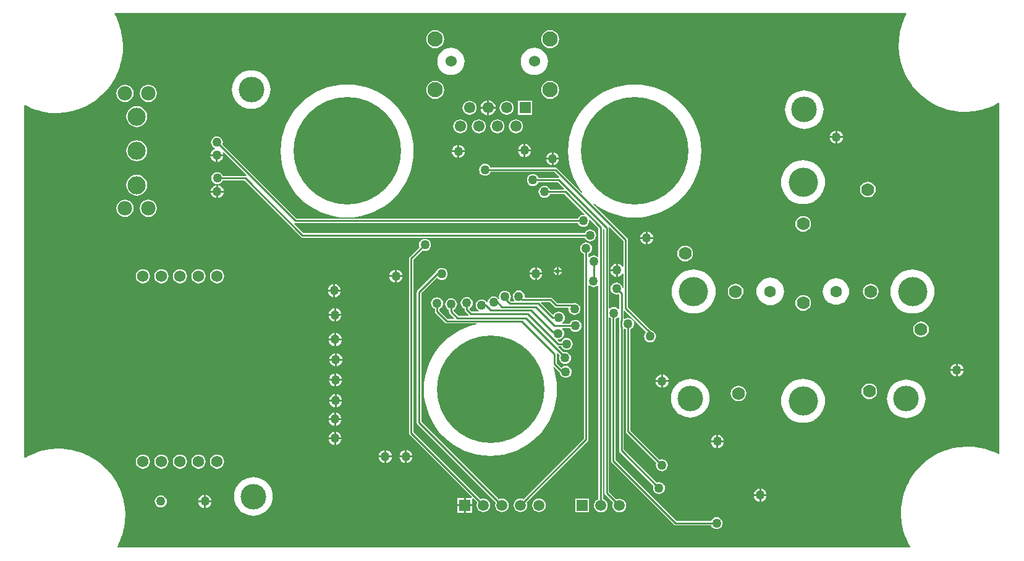
<source format=gbl>
G04*
G04 #@! TF.GenerationSoftware,Altium Limited,Altium Designer,18.1.9 (240)*
G04*
G04 Layer_Physical_Order=2*
G04 Layer_Color=16711680*
%FSLAX44Y44*%
%MOMM*%
G71*
G01*
G75*
%ADD10C,0.2540*%
%ADD33C,1.9812*%
%ADD36C,1.7780*%
%ADD45C,1.5000*%
%ADD46R,1.5000X1.5000*%
%ADD47C,4.0000*%
%ADD48C,1.6000*%
%ADD49C,2.4892*%
%ADD50C,1.5748*%
%ADD51C,2.1000*%
%ADD52C,1.5240*%
%ADD53C,1.5500*%
%ADD54R,1.5500X1.5500*%
%ADD55C,14.7320*%
%ADD56C,3.5052*%
%ADD57C,1.2700*%
%ADD58C,0.6350*%
G36*
X1216483Y739280D02*
X1213178Y732648D01*
X1213046Y732263D01*
X1212855Y731904D01*
X1209778Y723650D01*
X1209687Y723254D01*
X1209536Y722877D01*
X1207345Y714345D01*
X1207297Y713941D01*
X1207185Y713550D01*
X1205906Y704835D01*
X1205900Y704429D01*
X1205831Y704028D01*
X1205476Y695227D01*
X1205513Y694821D01*
X1205486Y694416D01*
X1206060Y685626D01*
X1206140Y685227D01*
X1206156Y684821D01*
X1207653Y676141D01*
X1207773Y675752D01*
X1207832Y675350D01*
X1210235Y666876D01*
X1210396Y666502D01*
X1210497Y666108D01*
X1213779Y657934D01*
X1213978Y657580D01*
X1214120Y657199D01*
X1218245Y649415D01*
X1218480Y649084D01*
X1218662Y648720D01*
X1223583Y641414D01*
X1223852Y641110D01*
X1224071Y640767D01*
X1229734Y634020D01*
X1230034Y633746D01*
X1230287Y633428D01*
X1236630Y627315D01*
X1236957Y627074D01*
X1237243Y626784D01*
X1244193Y621374D01*
X1244544Y621168D01*
X1244859Y620910D01*
X1252341Y616262D01*
X1252711Y616094D01*
X1253051Y615871D01*
X1260981Y612036D01*
X1261367Y611908D01*
X1261729Y611722D01*
X1270018Y608744D01*
X1270416Y608658D01*
X1270795Y608511D01*
X1279352Y606422D01*
X1279756Y606378D01*
X1280149Y606272D01*
X1288879Y605096D01*
X1289285Y605095D01*
X1289687Y605031D01*
X1298492Y604781D01*
X1298896Y604823D01*
X1299302Y604801D01*
X1308085Y605480D01*
X1308482Y605564D01*
X1308888Y605585D01*
X1317550Y607186D01*
X1317937Y607311D01*
X1318339Y607375D01*
X1326784Y609878D01*
X1327155Y610044D01*
X1327548Y610149D01*
X1335683Y613529D01*
X1336034Y613732D01*
X1336414Y613879D01*
X1342505Y617200D01*
X1343597Y616552D01*
X1343682Y136165D01*
X1342605Y135492D01*
X1335820Y138804D01*
X1335434Y138933D01*
X1335073Y139121D01*
X1326793Y142129D01*
X1326396Y142217D01*
X1326017Y142365D01*
X1317466Y144485D01*
X1317062Y144530D01*
X1316670Y144638D01*
X1307943Y145845D01*
X1307536Y145848D01*
X1307135Y145914D01*
X1298329Y146195D01*
X1297925Y146155D01*
X1297519Y146178D01*
X1288733Y145530D01*
X1288335Y145447D01*
X1287928Y145428D01*
X1279259Y143858D01*
X1278872Y143734D01*
X1278470Y143672D01*
X1270015Y141197D01*
X1269643Y141033D01*
X1269250Y140929D01*
X1261102Y137577D01*
X1260749Y137375D01*
X1260370Y137230D01*
X1252620Y133039D01*
X1252291Y132801D01*
X1251928Y132616D01*
X1244664Y127632D01*
X1244361Y127361D01*
X1244020Y127139D01*
X1237321Y121418D01*
X1237049Y121116D01*
X1236733Y120859D01*
X1230673Y114464D01*
X1230435Y114135D01*
X1230147Y113847D01*
X1224795Y106849D01*
X1224593Y106496D01*
X1224337Y106180D01*
X1219752Y98657D01*
X1219588Y98285D01*
X1219367Y97943D01*
X1215600Y89979D01*
X1215476Y89592D01*
X1215293Y89229D01*
X1212385Y80913D01*
X1212302Y80515D01*
X1212158Y80135D01*
X1210143Y71558D01*
X1210103Y71154D01*
X1209999Y70760D01*
X1208899Y62019D01*
X1208901Y61612D01*
X1208840Y61210D01*
X1208667Y52402D01*
X1208712Y51998D01*
X1208693Y51592D01*
X1209448Y42814D01*
X1209536Y42417D01*
X1209560Y42011D01*
X1211236Y33362D01*
X1211365Y32976D01*
X1211432Y32575D01*
X1214009Y24151D01*
X1214178Y23781D01*
X1214287Y23389D01*
X1217737Y15282D01*
X1217944Y14932D01*
X1218094Y14554D01*
X1221308Y8780D01*
X1220665Y7685D01*
X135452Y7646D01*
X134784Y8726D01*
X138089Y15354D01*
X138222Y15738D01*
X138413Y16097D01*
X141493Y24351D01*
X141584Y24748D01*
X141735Y25125D01*
X143929Y33657D01*
X143978Y34060D01*
X144089Y34452D01*
X145372Y43168D01*
X145378Y43574D01*
X145447Y43975D01*
X145804Y52777D01*
X145768Y53182D01*
X145794Y53588D01*
X145223Y62379D01*
X145143Y62778D01*
X145127Y63184D01*
X143632Y71866D01*
X143512Y72255D01*
X143453Y72657D01*
X141052Y81133D01*
X140891Y81507D01*
X140790Y81900D01*
X137510Y90077D01*
X137310Y90431D01*
X137169Y90812D01*
X133045Y98597D01*
X132810Y98929D01*
X132629Y99293D01*
X127708Y106600D01*
X127439Y106905D01*
X127220Y107248D01*
X121558Y113997D01*
X121258Y114271D01*
X121005Y114589D01*
X114662Y120704D01*
X114335Y120946D01*
X114050Y121235D01*
X107099Y126648D01*
X106748Y126853D01*
X106434Y127111D01*
X98951Y131762D01*
X98581Y131929D01*
X98241Y132153D01*
X90311Y135989D01*
X89924Y136117D01*
X89563Y136303D01*
X81273Y139282D01*
X80875Y139369D01*
X80496Y139516D01*
X71938Y141606D01*
X71534Y141650D01*
X71141Y141756D01*
X62410Y142933D01*
X62004Y142934D01*
X61602Y142999D01*
X52796Y143249D01*
X52392Y143207D01*
X51986Y143229D01*
X43202Y142551D01*
X42804Y142467D01*
X42398Y142446D01*
X33735Y140846D01*
X33348Y140720D01*
X32947Y140657D01*
X24500Y138153D01*
X24129Y137988D01*
X23736Y137882D01*
X15600Y134503D01*
X15248Y134299D01*
X14869Y134153D01*
X8778Y130831D01*
X7686Y131479D01*
X7686Y613219D01*
X8763Y613891D01*
X15393Y610643D01*
X15776Y610514D01*
X16133Y610327D01*
X24347Y607322D01*
X24741Y607234D01*
X25116Y607085D01*
X33599Y604955D01*
X34000Y604908D01*
X34389Y604800D01*
X43048Y603568D01*
X43451Y603564D01*
X43849Y603497D01*
X52590Y603178D01*
X52992Y603216D01*
X53394Y603190D01*
X62120Y603787D01*
X62516Y603867D01*
X62919Y603884D01*
X71535Y605390D01*
X71920Y605510D01*
X72319Y605570D01*
X80730Y607968D01*
X81101Y608129D01*
X81492Y608229D01*
X89606Y611494D01*
X89957Y611692D01*
X90336Y611833D01*
X98063Y615929D01*
X98392Y616163D01*
X98754Y616342D01*
X106011Y621223D01*
X106314Y621491D01*
X106655Y621707D01*
X113362Y627320D01*
X113635Y627618D01*
X113951Y627868D01*
X120035Y634152D01*
X120275Y634477D01*
X120563Y634759D01*
X125956Y641645D01*
X126161Y641993D01*
X126418Y642304D01*
X131062Y649716D01*
X131229Y650083D01*
X131453Y650419D01*
X135295Y658276D01*
X135424Y658659D01*
X135611Y659017D01*
X138610Y667232D01*
X138698Y667626D01*
X138847Y668002D01*
X140971Y676486D01*
X141017Y676887D01*
X141125Y677276D01*
X142351Y685936D01*
X142355Y686339D01*
X142422Y686737D01*
X142735Y695478D01*
X142696Y695880D01*
X142721Y696283D01*
X142119Y705008D01*
X142039Y705404D01*
X142021Y705807D01*
X140510Y714422D01*
X140388Y714807D01*
X140329Y715206D01*
X137925Y723615D01*
X137764Y723985D01*
X137663Y724376D01*
X134393Y732488D01*
X134194Y732839D01*
X134053Y733218D01*
X130848Y739256D01*
X131502Y740344D01*
X1215815Y740359D01*
X1216483Y739280D01*
D02*
G37*
%LPC*%
G36*
X727964Y716726D02*
X724759Y716304D01*
X721772Y715067D01*
X719207Y713099D01*
X717239Y710534D01*
X716002Y707547D01*
X715580Y704342D01*
X716002Y701137D01*
X717239Y698150D01*
X719207Y695585D01*
X721772Y693617D01*
X724759Y692380D01*
X727964Y691958D01*
X731169Y692380D01*
X734156Y693617D01*
X736721Y695585D01*
X738689Y698150D01*
X739926Y701137D01*
X740348Y704342D01*
X739926Y707547D01*
X738689Y710534D01*
X736721Y713099D01*
X734156Y715067D01*
X731169Y716304D01*
X727964Y716726D01*
D02*
G37*
G36*
X570484D02*
X567279Y716304D01*
X564292Y715067D01*
X561727Y713099D01*
X559759Y710534D01*
X558522Y707547D01*
X558100Y704342D01*
X558522Y701137D01*
X559759Y698150D01*
X561727Y695585D01*
X564292Y693617D01*
X567279Y692380D01*
X570484Y691958D01*
X573689Y692380D01*
X576676Y693617D01*
X579241Y695585D01*
X581209Y698150D01*
X582446Y701137D01*
X582868Y704342D01*
X582446Y707547D01*
X581209Y710534D01*
X579241Y713099D01*
X576676Y715067D01*
X573689Y716304D01*
X570484Y716726D01*
D02*
G37*
G36*
X706374Y692480D02*
X702742Y692122D01*
X699249Y691062D01*
X696031Y689342D01*
X693209Y687027D01*
X690894Y684205D01*
X689174Y680987D01*
X688114Y677494D01*
X687756Y673862D01*
X688114Y670230D01*
X689174Y666737D01*
X690894Y663519D01*
X693209Y660697D01*
X696031Y658382D01*
X699249Y656662D01*
X702742Y655602D01*
X706374Y655244D01*
X710006Y655602D01*
X713499Y656662D01*
X716717Y658382D01*
X719539Y660697D01*
X721854Y663519D01*
X723574Y666737D01*
X724634Y670230D01*
X724992Y673862D01*
X724634Y677494D01*
X723574Y680987D01*
X721854Y684205D01*
X719539Y687027D01*
X716717Y689342D01*
X713499Y691062D01*
X710006Y692122D01*
X706374Y692480D01*
D02*
G37*
G36*
X592074D02*
X588442Y692122D01*
X584949Y691062D01*
X581731Y689342D01*
X578909Y687027D01*
X576594Y684205D01*
X574874Y680987D01*
X573814Y677494D01*
X573456Y673862D01*
X573814Y670230D01*
X574874Y666737D01*
X576594Y663519D01*
X578909Y660697D01*
X581731Y658382D01*
X584949Y656662D01*
X588442Y655602D01*
X592074Y655244D01*
X595706Y655602D01*
X599199Y656662D01*
X602417Y658382D01*
X605239Y660697D01*
X607554Y663519D01*
X609274Y666737D01*
X610334Y670230D01*
X610692Y673862D01*
X610334Y677494D01*
X609274Y680987D01*
X607554Y684205D01*
X605239Y687027D01*
X602417Y689342D01*
X599199Y691062D01*
X595706Y692122D01*
X592074Y692480D01*
D02*
G37*
G36*
X727964Y647384D02*
X724759Y646962D01*
X721772Y645725D01*
X719207Y643757D01*
X717239Y641192D01*
X716002Y638205D01*
X715580Y635000D01*
X716002Y631795D01*
X717239Y628808D01*
X719207Y626243D01*
X721772Y624275D01*
X724759Y623038D01*
X727964Y622616D01*
X731169Y623038D01*
X734156Y624275D01*
X736721Y626243D01*
X738689Y628808D01*
X739926Y631795D01*
X740348Y635000D01*
X739926Y638205D01*
X738689Y641192D01*
X736721Y643757D01*
X734156Y645725D01*
X731169Y646962D01*
X727964Y647384D01*
D02*
G37*
G36*
X570484D02*
X567279Y646962D01*
X564292Y645725D01*
X561727Y643757D01*
X559759Y641192D01*
X558522Y638205D01*
X558100Y635000D01*
X558522Y631795D01*
X559759Y628808D01*
X561727Y626243D01*
X564292Y624275D01*
X567279Y623038D01*
X570484Y622616D01*
X573689Y623038D01*
X576676Y624275D01*
X579241Y626243D01*
X581209Y628808D01*
X582446Y631795D01*
X582868Y635000D01*
X582446Y638205D01*
X581209Y641192D01*
X579241Y643757D01*
X576676Y645725D01*
X573689Y646962D01*
X570484Y647384D01*
D02*
G37*
G36*
X177444Y641969D02*
X174394Y641567D01*
X171551Y640390D01*
X169111Y638517D01*
X167238Y636076D01*
X166061Y633234D01*
X165659Y630184D01*
X166061Y627134D01*
X167238Y624292D01*
X169111Y621851D01*
X171551Y619978D01*
X174394Y618801D01*
X177444Y618399D01*
X180494Y618801D01*
X183336Y619978D01*
X185777Y621851D01*
X187650Y624292D01*
X188827Y627134D01*
X189229Y630184D01*
X188827Y633234D01*
X187650Y636076D01*
X185777Y638517D01*
X183336Y640390D01*
X180494Y641567D01*
X177444Y641969D01*
D02*
G37*
G36*
X145644Y641969D02*
X142594Y641567D01*
X139752Y640390D01*
X137311Y638517D01*
X135438Y636076D01*
X134261Y633234D01*
X133859Y630184D01*
X134261Y627134D01*
X135438Y624291D01*
X137311Y621851D01*
X139752Y619978D01*
X142594Y618801D01*
X145644Y618399D01*
X148694Y618801D01*
X151536Y619978D01*
X153977Y621851D01*
X155850Y624291D01*
X157027Y627134D01*
X157429Y630184D01*
X157027Y633234D01*
X155850Y636076D01*
X153977Y638517D01*
X151536Y640390D01*
X148694Y641567D01*
X145644Y641969D01*
D02*
G37*
G36*
X644144Y620574D02*
Y611632D01*
X653086D01*
X652899Y613048D01*
X651862Y615551D01*
X650213Y617701D01*
X648063Y619350D01*
X645560Y620387D01*
X644144Y620574D01*
D02*
G37*
G36*
X641604D02*
X640188Y620387D01*
X637685Y619350D01*
X635535Y617701D01*
X633886Y615551D01*
X632849Y613048D01*
X632662Y611632D01*
X641604D01*
Y620574D01*
D02*
G37*
G36*
X318516Y661732D02*
X314374Y661406D01*
X310334Y660436D01*
X306495Y658846D01*
X302952Y656675D01*
X299793Y653977D01*
X297095Y650817D01*
X294924Y647275D01*
X293334Y643436D01*
X292364Y639396D01*
X292038Y635254D01*
X292364Y631112D01*
X293334Y627072D01*
X294924Y623233D01*
X297095Y619691D01*
X299793Y616531D01*
X302952Y613833D01*
X306495Y611662D01*
X310334Y610072D01*
X314374Y609102D01*
X318516Y608776D01*
X322658Y609102D01*
X326698Y610072D01*
X330537Y611662D01*
X334080Y613833D01*
X337239Y616531D01*
X339937Y619691D01*
X342108Y623233D01*
X343698Y627072D01*
X344668Y631112D01*
X344994Y635254D01*
X344668Y639396D01*
X343698Y643436D01*
X342108Y647275D01*
X339937Y650817D01*
X337239Y653977D01*
X334080Y656675D01*
X330537Y658846D01*
X326698Y660436D01*
X322658Y661406D01*
X318516Y661732D01*
D02*
G37*
G36*
X703202Y619890D02*
X684146D01*
Y600834D01*
X703202D01*
Y619890D01*
D02*
G37*
G36*
X668274Y619972D02*
X665787Y619645D01*
X663469Y618685D01*
X661479Y617157D01*
X659951Y615167D01*
X658991Y612849D01*
X658664Y610362D01*
X658991Y607875D01*
X659951Y605557D01*
X661479Y603567D01*
X663469Y602039D01*
X665787Y601079D01*
X668274Y600752D01*
X670761Y601079D01*
X673079Y602039D01*
X675069Y603567D01*
X676597Y605557D01*
X677557Y607875D01*
X677884Y610362D01*
X677557Y612849D01*
X676597Y615167D01*
X675069Y617157D01*
X673079Y618685D01*
X670761Y619645D01*
X668274Y619972D01*
D02*
G37*
G36*
X617474D02*
X614987Y619645D01*
X612669Y618685D01*
X610679Y617157D01*
X609151Y615167D01*
X608191Y612849D01*
X607864Y610362D01*
X608191Y607875D01*
X609151Y605557D01*
X610679Y603567D01*
X612669Y602039D01*
X614987Y601079D01*
X617474Y600752D01*
X619961Y601079D01*
X622279Y602039D01*
X624269Y603567D01*
X625797Y605557D01*
X626757Y607875D01*
X627084Y610362D01*
X626757Y612849D01*
X625797Y615167D01*
X624269Y617157D01*
X622279Y618685D01*
X619961Y619645D01*
X617474Y619972D01*
D02*
G37*
G36*
X653086Y609092D02*
X644144D01*
Y600150D01*
X645560Y600337D01*
X648063Y601374D01*
X650213Y603023D01*
X651862Y605173D01*
X652899Y607676D01*
X653086Y609092D01*
D02*
G37*
G36*
X641604D02*
X632662D01*
X632849Y607676D01*
X633886Y605173D01*
X635535Y603023D01*
X637685Y601374D01*
X640188Y600337D01*
X641604Y600150D01*
Y609092D01*
D02*
G37*
G36*
X161544Y612781D02*
X157831Y612292D01*
X154371Y610859D01*
X151399Y608579D01*
X149119Y605607D01*
X147686Y602147D01*
X147197Y598434D01*
X147686Y594721D01*
X149119Y591261D01*
X151399Y588289D01*
X154371Y586009D01*
X157831Y584576D01*
X161544Y584087D01*
X165257Y584576D01*
X168717Y586009D01*
X171689Y588289D01*
X173969Y591261D01*
X175402Y594721D01*
X175891Y598434D01*
X175402Y602147D01*
X173969Y605607D01*
X171689Y608579D01*
X168717Y610859D01*
X165257Y612292D01*
X161544Y612781D01*
D02*
G37*
G36*
X1076198Y634300D02*
X1072056Y633974D01*
X1068016Y633004D01*
X1064177Y631414D01*
X1060635Y629243D01*
X1057475Y626545D01*
X1054777Y623386D01*
X1052606Y619843D01*
X1051016Y616004D01*
X1050046Y611964D01*
X1049720Y607822D01*
X1050046Y603680D01*
X1051016Y599640D01*
X1052606Y595801D01*
X1054777Y592258D01*
X1057475Y589099D01*
X1060635Y586401D01*
X1064177Y584230D01*
X1068016Y582640D01*
X1072056Y581670D01*
X1076198Y581344D01*
X1080340Y581670D01*
X1084380Y582640D01*
X1088219Y584230D01*
X1091761Y586401D01*
X1094921Y589099D01*
X1097619Y592258D01*
X1099790Y595801D01*
X1101380Y599640D01*
X1102350Y603680D01*
X1102676Y607822D01*
X1102350Y611964D01*
X1101380Y616004D01*
X1099790Y619843D01*
X1097619Y623386D01*
X1094921Y626545D01*
X1091761Y629243D01*
X1088219Y631414D01*
X1084380Y633004D01*
X1080340Y633974D01*
X1076198Y634300D01*
D02*
G37*
G36*
X680974Y594572D02*
X678487Y594245D01*
X676169Y593285D01*
X674179Y591757D01*
X672651Y589767D01*
X671691Y587449D01*
X671364Y584962D01*
X671691Y582475D01*
X672651Y580157D01*
X674179Y578167D01*
X676169Y576639D01*
X678487Y575679D01*
X680974Y575352D01*
X683461Y575679D01*
X685779Y576639D01*
X687769Y578167D01*
X689297Y580157D01*
X690257Y582475D01*
X690584Y584962D01*
X690257Y587449D01*
X689297Y589767D01*
X687769Y591757D01*
X685779Y593285D01*
X683461Y594245D01*
X680974Y594572D01*
D02*
G37*
G36*
X655574D02*
X653087Y594245D01*
X650769Y593285D01*
X648779Y591757D01*
X647251Y589767D01*
X646291Y587449D01*
X645964Y584962D01*
X646291Y582475D01*
X647251Y580157D01*
X648779Y578167D01*
X650769Y576639D01*
X653087Y575679D01*
X655574Y575352D01*
X658061Y575679D01*
X660379Y576639D01*
X662369Y578167D01*
X663897Y580157D01*
X664857Y582475D01*
X665184Y584962D01*
X664857Y587449D01*
X663897Y589767D01*
X662369Y591757D01*
X660379Y593285D01*
X658061Y594245D01*
X655574Y594572D01*
D02*
G37*
G36*
X630174D02*
X627687Y594245D01*
X625369Y593285D01*
X623379Y591757D01*
X621851Y589767D01*
X620891Y587449D01*
X620564Y584962D01*
X620891Y582475D01*
X621851Y580157D01*
X623379Y578167D01*
X625369Y576639D01*
X627687Y575679D01*
X630174Y575352D01*
X632661Y575679D01*
X634979Y576639D01*
X636969Y578167D01*
X638497Y580157D01*
X639457Y582475D01*
X639784Y584962D01*
X639457Y587449D01*
X638497Y589767D01*
X636969Y591757D01*
X634979Y593285D01*
X632661Y594245D01*
X630174Y594572D01*
D02*
G37*
G36*
X604774D02*
X602287Y594245D01*
X599969Y593285D01*
X597979Y591757D01*
X596451Y589767D01*
X595491Y587449D01*
X595164Y584962D01*
X595491Y582475D01*
X596451Y580157D01*
X597979Y578167D01*
X599969Y576639D01*
X602287Y575679D01*
X604774Y575352D01*
X607261Y575679D01*
X609579Y576639D01*
X611569Y578167D01*
X613097Y580157D01*
X614057Y582475D01*
X614384Y584962D01*
X614057Y587449D01*
X613097Y589767D01*
X611569Y591757D01*
X609579Y593285D01*
X607261Y594245D01*
X604774Y594572D01*
D02*
G37*
G36*
X1121410Y579030D02*
Y571500D01*
X1128940D01*
X1128801Y572551D01*
X1127905Y574713D01*
X1126480Y576570D01*
X1124623Y577995D01*
X1122461Y578891D01*
X1121410Y579030D01*
D02*
G37*
G36*
X1118870D02*
X1117819Y578891D01*
X1115657Y577995D01*
X1113800Y576570D01*
X1112375Y574713D01*
X1111479Y572551D01*
X1111340Y571500D01*
X1118870D01*
Y579030D01*
D02*
G37*
G36*
X1128940Y568960D02*
X1121410D01*
Y561431D01*
X1122461Y561569D01*
X1124623Y562465D01*
X1126480Y563890D01*
X1127905Y565747D01*
X1128801Y567909D01*
X1128940Y568960D01*
D02*
G37*
G36*
X1118870D02*
X1111340D01*
X1111479Y567909D01*
X1112375Y565747D01*
X1113800Y563890D01*
X1115657Y562465D01*
X1117819Y561569D01*
X1118870Y561431D01*
Y568960D01*
D02*
G37*
G36*
X694182Y560742D02*
Y553212D01*
X701712D01*
X701573Y554263D01*
X700677Y556425D01*
X699252Y558282D01*
X697395Y559707D01*
X695233Y560603D01*
X694182Y560742D01*
D02*
G37*
G36*
X691642D02*
X690591Y560603D01*
X688429Y559707D01*
X686572Y558282D01*
X685147Y556425D01*
X684251Y554263D01*
X684112Y553212D01*
X691642D01*
Y560742D01*
D02*
G37*
G36*
X603504Y559472D02*
Y551942D01*
X611034D01*
X610895Y552993D01*
X609999Y555155D01*
X608574Y557012D01*
X606717Y558437D01*
X604555Y559333D01*
X603504Y559472D01*
D02*
G37*
G36*
X600964D02*
X599913Y559333D01*
X597751Y558437D01*
X595894Y557012D01*
X594469Y555155D01*
X593573Y552993D01*
X593434Y551942D01*
X600964D01*
Y559472D01*
D02*
G37*
G36*
X701712Y550672D02*
X694182D01*
Y543143D01*
X695233Y543281D01*
X697395Y544177D01*
X699252Y545602D01*
X700677Y547459D01*
X701573Y549621D01*
X701712Y550672D01*
D02*
G37*
G36*
X691642D02*
X684112D01*
X684251Y549621D01*
X685147Y547459D01*
X686572Y545602D01*
X688429Y544177D01*
X690591Y543281D01*
X691642Y543143D01*
Y550672D01*
D02*
G37*
G36*
X611034Y549402D02*
X603504D01*
Y541872D01*
X604555Y542011D01*
X606717Y542907D01*
X608574Y544332D01*
X609999Y546189D01*
X610895Y548351D01*
X611034Y549402D01*
D02*
G37*
G36*
X600964D02*
X593434D01*
X593573Y548351D01*
X594469Y546189D01*
X595894Y544332D01*
X597751Y542907D01*
X599913Y542011D01*
X600964Y541872D01*
Y549402D01*
D02*
G37*
G36*
X732536Y549311D02*
Y541782D01*
X740066D01*
X739927Y542833D01*
X739031Y544995D01*
X737606Y546852D01*
X735749Y548277D01*
X733587Y549173D01*
X732536Y549311D01*
D02*
G37*
G36*
X729996D02*
X728945Y549173D01*
X726783Y548277D01*
X724926Y546852D01*
X723501Y544995D01*
X722605Y542833D01*
X722467Y541782D01*
X729996D01*
Y549311D01*
D02*
G37*
G36*
X161544Y565781D02*
X157831Y565292D01*
X154371Y563859D01*
X151399Y561579D01*
X149119Y558607D01*
X147686Y555147D01*
X147197Y551434D01*
X147686Y547721D01*
X149119Y544261D01*
X151399Y541289D01*
X154371Y539009D01*
X157831Y537576D01*
X161544Y537087D01*
X165257Y537576D01*
X168717Y539009D01*
X171689Y541289D01*
X173969Y544261D01*
X175402Y547721D01*
X175891Y551434D01*
X175402Y555147D01*
X173969Y558607D01*
X171689Y561579D01*
X168717Y563859D01*
X165257Y565292D01*
X161544Y565781D01*
D02*
G37*
G36*
X280072Y544068D02*
X272542D01*
Y536539D01*
X273593Y536677D01*
X275755Y537573D01*
X277612Y538998D01*
X279037Y540855D01*
X279933Y543017D01*
X280072Y544068D01*
D02*
G37*
G36*
X270002D02*
X262472D01*
X262611Y543017D01*
X263507Y540855D01*
X264932Y538998D01*
X266789Y537573D01*
X268951Y536677D01*
X270002Y536539D01*
Y544068D01*
D02*
G37*
G36*
X740066Y539242D02*
X732536D01*
Y531712D01*
X733587Y531851D01*
X735749Y532747D01*
X737606Y534172D01*
X739031Y536029D01*
X739927Y538191D01*
X740066Y539242D01*
D02*
G37*
G36*
X729996D02*
X722467D01*
X722605Y538191D01*
X723501Y536029D01*
X724926Y534172D01*
X726783Y532747D01*
X728945Y531851D01*
X729996Y531712D01*
Y539242D01*
D02*
G37*
G36*
X273050Y504353D02*
Y496824D01*
X280579D01*
X280441Y497875D01*
X279545Y500037D01*
X278120Y501894D01*
X276263Y503319D01*
X274101Y504215D01*
X273050Y504353D01*
D02*
G37*
G36*
X270510D02*
X269459Y504215D01*
X267297Y503319D01*
X265440Y501894D01*
X264015Y500037D01*
X263119Y497875D01*
X262980Y496824D01*
X270510D01*
Y504353D01*
D02*
G37*
G36*
X843788Y642363D02*
X834850Y641924D01*
X825999Y640611D01*
X817319Y638436D01*
X808894Y635422D01*
X800805Y631596D01*
X793130Y626996D01*
X785942Y621665D01*
X779312Y615656D01*
X773303Y609026D01*
X767972Y601838D01*
X763372Y594163D01*
X759546Y586074D01*
X756532Y577649D01*
X754357Y568969D01*
X753044Y560117D01*
X752605Y551180D01*
X753044Y542243D01*
X754357Y533391D01*
X756532Y524711D01*
X759546Y516286D01*
X763372Y508197D01*
X767972Y500522D01*
X772126Y494921D01*
X771162Y494089D01*
X737527Y527724D01*
X736519Y528397D01*
X735330Y528634D01*
X646320D01*
X645910Y529625D01*
X644607Y531323D01*
X642909Y532626D01*
X640932Y533445D01*
X638810Y533724D01*
X636688Y533445D01*
X634711Y532626D01*
X633013Y531323D01*
X631710Y529625D01*
X630891Y527648D01*
X630612Y525526D01*
X630891Y523404D01*
X631710Y521427D01*
X633013Y519729D01*
X634711Y518426D01*
X636688Y517607D01*
X638810Y517328D01*
X640932Y517607D01*
X642909Y518426D01*
X644607Y519729D01*
X645910Y521427D01*
X646320Y522418D01*
X734043D01*
X740715Y515746D01*
X740089Y514576D01*
X739648Y514664D01*
X711852D01*
X711442Y515655D01*
X710139Y517353D01*
X708441Y518656D01*
X706464Y519475D01*
X704342Y519754D01*
X702220Y519475D01*
X700243Y518656D01*
X698545Y517353D01*
X697242Y515655D01*
X696423Y513678D01*
X696144Y511556D01*
X696423Y509434D01*
X697242Y507457D01*
X698545Y505759D01*
X700243Y504456D01*
X702220Y503637D01*
X704342Y503358D01*
X706464Y503637D01*
X708441Y504456D01*
X710139Y505759D01*
X711442Y507457D01*
X711852Y508448D01*
X738361D01*
X747228Y499581D01*
X746742Y498408D01*
X727854D01*
X727444Y499399D01*
X726141Y501097D01*
X724443Y502400D01*
X722466Y503219D01*
X720344Y503498D01*
X718222Y503219D01*
X716245Y502400D01*
X714547Y501097D01*
X713244Y499399D01*
X712425Y497422D01*
X712146Y495300D01*
X712425Y493178D01*
X713244Y491201D01*
X714547Y489503D01*
X716245Y488200D01*
X718222Y487381D01*
X720344Y487102D01*
X722466Y487381D01*
X724443Y488200D01*
X726141Y489503D01*
X727444Y491201D01*
X727854Y492192D01*
X747505D01*
X775003Y464694D01*
X774410Y463491D01*
X773430Y463620D01*
X771308Y463341D01*
X769331Y462522D01*
X767633Y461219D01*
X766330Y459521D01*
X765920Y458530D01*
X380269D01*
X278914Y559885D01*
X279325Y560876D01*
X279604Y562998D01*
X279325Y565120D01*
X278506Y567097D01*
X277203Y568795D01*
X275505Y570098D01*
X273528Y570917D01*
X271406Y571196D01*
X269284Y570917D01*
X267307Y570098D01*
X265609Y568795D01*
X264306Y567097D01*
X263487Y565120D01*
X263208Y562998D01*
X263487Y560876D01*
X264306Y558899D01*
X265609Y557201D01*
X267307Y555898D01*
X268836Y555265D01*
X268904Y554519D01*
X268762Y553921D01*
X266789Y553103D01*
X264932Y551678D01*
X263507Y549821D01*
X262611Y547659D01*
X262472Y546608D01*
X280072D01*
X279933Y547659D01*
X279494Y548719D01*
X280571Y549438D01*
X311745Y518264D01*
X311421Y516923D01*
X311346Y516866D01*
X310254Y517084D01*
X279424D01*
X279014Y518075D01*
X277711Y519773D01*
X276013Y521076D01*
X274036Y521895D01*
X271914Y522174D01*
X269792Y521895D01*
X267815Y521076D01*
X266117Y519773D01*
X264814Y518075D01*
X263995Y516098D01*
X263716Y513976D01*
X263995Y511854D01*
X264814Y509877D01*
X266117Y508179D01*
X267815Y506876D01*
X269792Y506057D01*
X271914Y505778D01*
X274036Y506057D01*
X276013Y506876D01*
X277711Y508179D01*
X279014Y509877D01*
X279424Y510868D01*
X308967D01*
X386423Y433413D01*
X387431Y432739D01*
X388620Y432502D01*
X775318D01*
X775728Y431511D01*
X777031Y429813D01*
X778729Y428510D01*
X780706Y427691D01*
X782828Y427412D01*
X784950Y427691D01*
X786927Y428510D01*
X788625Y429813D01*
X789928Y431511D01*
X790747Y433488D01*
X791026Y435610D01*
X790747Y437732D01*
X789928Y439709D01*
X788625Y441407D01*
X786927Y442710D01*
X784950Y443529D01*
X782828Y443808D01*
X780706Y443529D01*
X778729Y442710D01*
X777031Y441407D01*
X775728Y439709D01*
X775318Y438718D01*
X389907D01*
X377543Y451082D01*
X377821Y452471D01*
X377893Y452528D01*
X378968Y452314D01*
X765920D01*
X766330Y451323D01*
X767633Y449625D01*
X769331Y448322D01*
X771308Y447503D01*
X773430Y447224D01*
X775552Y447503D01*
X777529Y448322D01*
X779227Y449625D01*
X780530Y451323D01*
X781349Y453300D01*
X781628Y455422D01*
X781499Y456402D01*
X782702Y456995D01*
X794198Y445499D01*
Y406712D01*
X792928Y406086D01*
X791753Y406988D01*
X789776Y407807D01*
X787654Y408086D01*
X785532Y407807D01*
X783555Y406988D01*
X781857Y405685D01*
X781618Y405373D01*
X780348Y405804D01*
Y410320D01*
X781339Y410730D01*
X783037Y412033D01*
X784340Y413731D01*
X785159Y415708D01*
X785438Y417830D01*
X785159Y419952D01*
X784340Y421929D01*
X783037Y423627D01*
X781339Y424930D01*
X779362Y425749D01*
X777240Y426028D01*
X775118Y425749D01*
X773141Y424930D01*
X771443Y423627D01*
X770140Y421929D01*
X769321Y419952D01*
X769042Y417830D01*
X769321Y415708D01*
X770140Y413731D01*
X771443Y412033D01*
X773141Y410730D01*
X774132Y410320D01*
Y156989D01*
X691317Y74174D01*
X689746Y74825D01*
X687324Y75144D01*
X684902Y74825D01*
X682645Y73890D01*
X680707Y72403D01*
X679220Y70465D01*
X678285Y68208D01*
X677966Y65786D01*
X678285Y63364D01*
X679220Y61107D01*
X680707Y59169D01*
X682645Y57682D01*
X684902Y56747D01*
X687324Y56428D01*
X689746Y56747D01*
X692003Y57682D01*
X693941Y59169D01*
X695428Y61107D01*
X696363Y63364D01*
X696682Y65786D01*
X696363Y68208D01*
X695712Y69779D01*
X779437Y153504D01*
X780111Y154513D01*
X780348Y155702D01*
Y366647D01*
X781134Y366914D01*
X781618Y366975D01*
X783301Y365684D01*
X785278Y364865D01*
X787400Y364585D01*
X789522Y364865D01*
X791499Y365684D01*
X792928Y366780D01*
X794198Y366374D01*
Y74033D01*
X792627Y73382D01*
X790689Y71895D01*
X789202Y69957D01*
X788267Y67700D01*
X787948Y65278D01*
X788267Y62856D01*
X789202Y60599D01*
X790689Y58661D01*
X792627Y57174D01*
X794884Y56239D01*
X797306Y55920D01*
X799728Y56239D01*
X801985Y57174D01*
X803923Y58661D01*
X805410Y60599D01*
X806345Y62856D01*
X806664Y65278D01*
X806345Y67700D01*
X805410Y69957D01*
X803923Y71895D01*
X801985Y73382D01*
X800414Y74033D01*
Y444316D01*
X801634Y444855D01*
X802326Y444302D01*
Y82550D01*
X802563Y81361D01*
X803236Y80352D01*
X814318Y69271D01*
X813667Y67700D01*
X813348Y65278D01*
X813667Y62856D01*
X814602Y60599D01*
X816089Y58661D01*
X818027Y57174D01*
X820284Y56239D01*
X822706Y55920D01*
X825128Y56239D01*
X827385Y57174D01*
X829323Y58661D01*
X830810Y60599D01*
X831745Y62856D01*
X832064Y65278D01*
X831745Y67700D01*
X830810Y69957D01*
X829323Y71895D01*
X827385Y73382D01*
X825128Y74317D01*
X822706Y74636D01*
X820284Y74317D01*
X818713Y73666D01*
X808542Y83837D01*
Y322775D01*
X809812Y323181D01*
X811241Y322084D01*
X811470Y321989D01*
Y126492D01*
X811707Y125303D01*
X812381Y124295D01*
X897725Y38951D01*
X898733Y38277D01*
X899922Y38040D01*
X948546D01*
X948956Y37049D01*
X950259Y35351D01*
X951957Y34048D01*
X953934Y33229D01*
X956056Y32950D01*
X958178Y33229D01*
X960155Y34048D01*
X961853Y35351D01*
X963156Y37049D01*
X963975Y39026D01*
X964254Y41148D01*
X963975Y43270D01*
X963156Y45247D01*
X961853Y46945D01*
X960155Y48248D01*
X958178Y49067D01*
X956056Y49346D01*
X953934Y49067D01*
X951957Y48248D01*
X950259Y46945D01*
X948956Y45247D01*
X948546Y44256D01*
X901209D01*
X817686Y127779D01*
Y321358D01*
X819439Y322084D01*
X821137Y323387D01*
X821335Y323645D01*
X822605Y323214D01*
Y319414D01*
X822392Y318345D01*
Y310559D01*
X822629Y309370D01*
X822646Y309344D01*
Y140582D01*
X822883Y139393D01*
X823557Y138385D01*
X869554Y92387D01*
X869143Y91396D01*
X868864Y89274D01*
X869143Y87152D01*
X869962Y85175D01*
X871265Y83477D01*
X872963Y82174D01*
X874940Y81355D01*
X877062Y81076D01*
X879184Y81355D01*
X881161Y82174D01*
X882859Y83477D01*
X884162Y85175D01*
X884981Y87152D01*
X885260Y89274D01*
X884981Y91396D01*
X884162Y93373D01*
X882859Y95071D01*
X881161Y96374D01*
X879184Y97193D01*
X877062Y97472D01*
X874940Y97193D01*
X873949Y96782D01*
X828862Y141869D01*
Y307238D01*
X830132Y307864D01*
X830799Y307352D01*
X831790Y306942D01*
Y166878D01*
X832027Y165689D01*
X832701Y164681D01*
X873618Y123763D01*
X873207Y122772D01*
X872928Y120650D01*
X873207Y118528D01*
X874026Y116551D01*
X875329Y114853D01*
X877027Y113550D01*
X879004Y112731D01*
X881126Y112452D01*
X883248Y112731D01*
X885225Y113550D01*
X886923Y114853D01*
X888226Y116551D01*
X889045Y118528D01*
X889324Y120650D01*
X889045Y122772D01*
X888226Y124749D01*
X886923Y126447D01*
X885225Y127750D01*
X883248Y128569D01*
X881126Y128848D01*
X879004Y128569D01*
X878013Y128158D01*
X838006Y168165D01*
Y306942D01*
X838997Y307352D01*
X840695Y308655D01*
X841998Y310353D01*
X842817Y312330D01*
X843096Y314452D01*
X842817Y316574D01*
X841998Y318551D01*
X840695Y320249D01*
X838997Y321552D01*
X837020Y322371D01*
X834898Y322650D01*
X832776Y322371D01*
X830799Y321552D01*
X830090Y321008D01*
X828820Y321634D01*
Y332119D01*
X830090Y332645D01*
X859115Y303620D01*
X859073Y302977D01*
X857770Y301279D01*
X856951Y299302D01*
X856672Y297180D01*
X856951Y295058D01*
X857770Y293081D01*
X859073Y291383D01*
X860771Y290080D01*
X862748Y289261D01*
X864870Y288982D01*
X866992Y289261D01*
X868969Y290080D01*
X870667Y291383D01*
X871970Y293081D01*
X872789Y295058D01*
X873068Y297180D01*
X872789Y299302D01*
X871970Y301279D01*
X870667Y302977D01*
X868969Y304280D01*
X866992Y305099D01*
X866340Y305184D01*
X834450Y337075D01*
Y429514D01*
X834213Y430703D01*
X833540Y431712D01*
X786697Y478554D01*
X787529Y479518D01*
X793130Y475364D01*
X800805Y470764D01*
X808894Y466938D01*
X817319Y463924D01*
X825999Y461749D01*
X834850Y460436D01*
X843788Y459997D01*
X852726Y460436D01*
X861577Y461749D01*
X870257Y463924D01*
X878682Y466938D01*
X886771Y470764D01*
X894446Y475364D01*
X901634Y480695D01*
X908264Y486704D01*
X914273Y493334D01*
X919604Y500522D01*
X924204Y508197D01*
X928030Y516286D01*
X931044Y524711D01*
X933219Y533391D01*
X934532Y542243D01*
X934971Y551180D01*
X934532Y560117D01*
X933219Y568969D01*
X931044Y577649D01*
X928030Y586074D01*
X924204Y594163D01*
X919604Y601838D01*
X914273Y609026D01*
X908264Y615656D01*
X901634Y621665D01*
X894446Y626996D01*
X886771Y631596D01*
X878682Y635422D01*
X870257Y638436D01*
X861577Y640611D01*
X852726Y641924D01*
X843788Y642363D01*
D02*
G37*
G36*
X161544Y518781D02*
X157831Y518292D01*
X154371Y516859D01*
X151399Y514579D01*
X149119Y511607D01*
X147686Y508147D01*
X147197Y504434D01*
X147686Y500721D01*
X149119Y497261D01*
X151399Y494289D01*
X154371Y492009D01*
X157831Y490576D01*
X161544Y490087D01*
X165257Y490576D01*
X168717Y492009D01*
X171689Y494289D01*
X173969Y497261D01*
X175402Y500721D01*
X175891Y504434D01*
X175402Y508147D01*
X173969Y511607D01*
X171689Y514579D01*
X168717Y516859D01*
X165257Y518292D01*
X161544Y518781D01*
D02*
G37*
G36*
X1163332Y509108D02*
X1160547Y508741D01*
X1157952Y507667D01*
X1155723Y505956D01*
X1154014Y503728D01*
X1152939Y501133D01*
X1152572Y498348D01*
X1152939Y495563D01*
X1154014Y492968D01*
X1155723Y490740D01*
X1157952Y489030D01*
X1160547Y487955D01*
X1163332Y487588D01*
X1166117Y487955D01*
X1168712Y489030D01*
X1170940Y490740D01*
X1172651Y492968D01*
X1173725Y495563D01*
X1174092Y498348D01*
X1173725Y501133D01*
X1172651Y503728D01*
X1170940Y505956D01*
X1168712Y507667D01*
X1166117Y508741D01*
X1163332Y509108D01*
D02*
G37*
G36*
X280579Y494284D02*
X273050D01*
Y486754D01*
X274101Y486893D01*
X276263Y487789D01*
X278120Y489214D01*
X279545Y491071D01*
X280441Y493233D01*
X280579Y494284D01*
D02*
G37*
G36*
X270510D02*
X262980D01*
X263119Y493233D01*
X264015Y491071D01*
X265440Y489214D01*
X267297Y487789D01*
X269459Y486893D01*
X270510Y486754D01*
Y494284D01*
D02*
G37*
G36*
X1074492Y538742D02*
X1069762Y538370D01*
X1065149Y537262D01*
X1060766Y535447D01*
X1056721Y532968D01*
X1053113Y529887D01*
X1050032Y526279D01*
X1047553Y522234D01*
X1045738Y517851D01*
X1044630Y513238D01*
X1044258Y508508D01*
X1044630Y503778D01*
X1045738Y499165D01*
X1047553Y494782D01*
X1050032Y490737D01*
X1053113Y487129D01*
X1056721Y484048D01*
X1060766Y481569D01*
X1065149Y479754D01*
X1069762Y478646D01*
X1074492Y478274D01*
X1079222Y478646D01*
X1083835Y479754D01*
X1088218Y481569D01*
X1092263Y484048D01*
X1095871Y487129D01*
X1098952Y490737D01*
X1101431Y494782D01*
X1103246Y499165D01*
X1104354Y503778D01*
X1104726Y508508D01*
X1104354Y513238D01*
X1103246Y517851D01*
X1101431Y522234D01*
X1098952Y526279D01*
X1095871Y529887D01*
X1092263Y532968D01*
X1088218Y535447D01*
X1083835Y537262D01*
X1079222Y538370D01*
X1074492Y538742D01*
D02*
G37*
G36*
X177444Y484469D02*
X174394Y484067D01*
X171551Y482890D01*
X169111Y481017D01*
X167238Y478577D01*
X166061Y475734D01*
X165659Y472684D01*
X166061Y469634D01*
X167238Y466792D01*
X169111Y464351D01*
X171551Y462478D01*
X174394Y461301D01*
X177444Y460899D01*
X180494Y461301D01*
X183336Y462478D01*
X185777Y464351D01*
X187650Y466792D01*
X188827Y469634D01*
X189229Y472684D01*
X188827Y475734D01*
X187650Y478577D01*
X185777Y481017D01*
X183336Y482890D01*
X180494Y484067D01*
X177444Y484469D01*
D02*
G37*
G36*
X145644D02*
X142594Y484067D01*
X139752Y482890D01*
X137311Y481017D01*
X135438Y478577D01*
X134261Y475734D01*
X133859Y472684D01*
X134261Y469634D01*
X135438Y466792D01*
X137311Y464351D01*
X139752Y462478D01*
X142594Y461301D01*
X145644Y460899D01*
X148694Y461301D01*
X151537Y462478D01*
X153977Y464351D01*
X155850Y466792D01*
X157027Y469634D01*
X157429Y472684D01*
X157027Y475734D01*
X155850Y478577D01*
X153977Y481017D01*
X151537Y482890D01*
X148694Y484067D01*
X145644Y484469D01*
D02*
G37*
G36*
X449834Y642363D02*
X440896Y641924D01*
X432045Y640611D01*
X423365Y638436D01*
X414940Y635422D01*
X406851Y631596D01*
X399176Y626996D01*
X391988Y621665D01*
X385358Y615656D01*
X379349Y609026D01*
X374018Y601838D01*
X369418Y594163D01*
X365592Y586074D01*
X362578Y577649D01*
X360403Y568969D01*
X359090Y560117D01*
X358651Y551180D01*
X359090Y542243D01*
X360403Y533391D01*
X362578Y524711D01*
X365592Y516286D01*
X369418Y508197D01*
X374018Y500522D01*
X379349Y493334D01*
X385358Y486704D01*
X391988Y480695D01*
X399176Y475364D01*
X406851Y470764D01*
X414940Y466938D01*
X423365Y463924D01*
X432045Y461749D01*
X440896Y460436D01*
X449834Y459997D01*
X458772Y460436D01*
X467623Y461749D01*
X476303Y463924D01*
X484728Y466938D01*
X492817Y470764D01*
X500492Y475364D01*
X507680Y480695D01*
X514310Y486704D01*
X520319Y493334D01*
X525650Y500522D01*
X530250Y508197D01*
X534076Y516286D01*
X537090Y524711D01*
X539265Y533391D01*
X540578Y542243D01*
X541017Y551180D01*
X540578Y560117D01*
X539265Y568969D01*
X537090Y577649D01*
X534076Y586074D01*
X530250Y594163D01*
X525650Y601838D01*
X520319Y609026D01*
X514310Y615656D01*
X507680Y621665D01*
X500492Y626996D01*
X492817Y631596D01*
X484728Y635422D01*
X476303Y638436D01*
X467623Y640611D01*
X458772Y641924D01*
X449834Y642363D01*
D02*
G37*
G36*
X1074632Y462008D02*
X1071847Y461641D01*
X1069252Y460566D01*
X1067023Y458857D01*
X1065313Y456628D01*
X1064239Y454033D01*
X1063872Y451248D01*
X1064239Y448463D01*
X1065313Y445868D01*
X1067023Y443639D01*
X1069252Y441930D01*
X1071847Y440855D01*
X1074632Y440488D01*
X1077417Y440855D01*
X1080012Y441930D01*
X1082241Y443639D01*
X1083951Y445868D01*
X1085025Y448463D01*
X1085392Y451248D01*
X1085025Y454033D01*
X1083951Y456628D01*
X1082241Y458857D01*
X1080012Y460566D01*
X1077417Y461641D01*
X1074632Y462008D01*
D02*
G37*
G36*
X861568Y440854D02*
Y433324D01*
X869098D01*
X868959Y434375D01*
X868063Y436537D01*
X866638Y438394D01*
X864781Y439819D01*
X862619Y440715D01*
X861568Y440854D01*
D02*
G37*
G36*
X859028D02*
X857977Y440715D01*
X855815Y439819D01*
X853958Y438394D01*
X852533Y436537D01*
X851637Y434375D01*
X851498Y433324D01*
X859028D01*
Y440854D01*
D02*
G37*
G36*
X869098Y430784D02*
X861568D01*
Y423255D01*
X862619Y423393D01*
X864781Y424289D01*
X866638Y425714D01*
X868063Y427571D01*
X868959Y429733D01*
X869098Y430784D01*
D02*
G37*
G36*
X859028D02*
X851498D01*
X851637Y429733D01*
X852533Y427571D01*
X853958Y425714D01*
X855815Y424289D01*
X857977Y423393D01*
X859028Y423255D01*
Y430784D01*
D02*
G37*
G36*
X556514Y430854D02*
X554392Y430575D01*
X552415Y429756D01*
X550717Y428453D01*
X549414Y426755D01*
X548595Y424778D01*
X548316Y422656D01*
X548595Y420534D01*
X549006Y419543D01*
X535521Y406058D01*
X534847Y405049D01*
X534610Y403860D01*
Y164592D01*
X534847Y163403D01*
X535521Y162395D01*
X620819Y77096D01*
X620293Y75826D01*
X612394D01*
Y67056D01*
X621164D01*
Y74955D01*
X622434Y75481D01*
X628136Y69779D01*
X627485Y68208D01*
X627166Y65786D01*
X627485Y63364D01*
X628420Y61107D01*
X629907Y59169D01*
X631845Y57682D01*
X634102Y56747D01*
X636524Y56428D01*
X638946Y56747D01*
X641203Y57682D01*
X643141Y59169D01*
X644628Y61107D01*
X645563Y63364D01*
X645882Y65786D01*
X645563Y68208D01*
X644628Y70465D01*
X643141Y72403D01*
X641203Y73890D01*
X638946Y74825D01*
X636524Y75144D01*
X634102Y74825D01*
X632531Y74174D01*
X540826Y165879D01*
Y402573D01*
X553401Y415148D01*
X554392Y414737D01*
X556514Y414458D01*
X558636Y414737D01*
X560613Y415556D01*
X562311Y416859D01*
X563614Y418557D01*
X564433Y420534D01*
X564712Y422656D01*
X564433Y424778D01*
X563614Y426755D01*
X562311Y428453D01*
X560613Y429756D01*
X558636Y430575D01*
X556514Y430854D01*
D02*
G37*
G36*
X913032Y421408D02*
X910247Y421041D01*
X907652Y419967D01*
X905424Y418256D01*
X903714Y416028D01*
X902639Y413433D01*
X902272Y410648D01*
X902639Y407863D01*
X903714Y405268D01*
X905424Y403040D01*
X907652Y401329D01*
X910247Y400255D01*
X913032Y399888D01*
X915817Y400255D01*
X918412Y401329D01*
X920640Y403040D01*
X922350Y405268D01*
X923425Y407863D01*
X923792Y410648D01*
X923425Y413433D01*
X922350Y416028D01*
X920640Y418256D01*
X918412Y419967D01*
X915817Y421041D01*
X913032Y421408D01*
D02*
G37*
G36*
X739648Y392162D02*
Y387858D01*
X743952D01*
X743761Y388818D01*
X742498Y390708D01*
X740608Y391971D01*
X739648Y392162D01*
D02*
G37*
G36*
X737108D02*
X736148Y391971D01*
X734258Y390708D01*
X732995Y388818D01*
X732804Y387858D01*
X737108D01*
Y392162D01*
D02*
G37*
G36*
X709676Y391832D02*
Y384302D01*
X717206D01*
X717067Y385353D01*
X716171Y387515D01*
X714746Y389372D01*
X712889Y390797D01*
X710727Y391693D01*
X709676Y391832D01*
D02*
G37*
G36*
X707136D02*
X706085Y391693D01*
X703923Y390797D01*
X702066Y389372D01*
X700641Y387515D01*
X699745Y385353D01*
X699606Y384302D01*
X707136D01*
Y391832D01*
D02*
G37*
G36*
X743952Y385318D02*
X739648D01*
Y381014D01*
X740608Y381205D01*
X742498Y382468D01*
X743761Y384358D01*
X743952Y385318D01*
D02*
G37*
G36*
X737108D02*
X732804D01*
X732995Y384358D01*
X734258Y382468D01*
X736148Y381205D01*
X737108Y381014D01*
Y385318D01*
D02*
G37*
G36*
X517906Y388530D02*
Y381000D01*
X525435D01*
X525297Y382051D01*
X524401Y384213D01*
X522976Y386070D01*
X521119Y387495D01*
X518957Y388391D01*
X517906Y388530D01*
D02*
G37*
G36*
X515366D02*
X514315Y388391D01*
X512153Y387495D01*
X510296Y386070D01*
X508871Y384213D01*
X507975Y382051D01*
X507836Y381000D01*
X515366D01*
Y388530D01*
D02*
G37*
G36*
X579374Y390976D02*
X577252Y390697D01*
X575275Y389878D01*
X573577Y388575D01*
X572274Y386877D01*
X571545Y385116D01*
X571334Y384976D01*
X546189Y359829D01*
X545515Y358821D01*
X545278Y357632D01*
Y179324D01*
X545515Y178135D01*
X546189Y177127D01*
X653536Y69779D01*
X652885Y68208D01*
X652566Y65786D01*
X652885Y63364D01*
X653820Y61107D01*
X655307Y59169D01*
X657245Y57682D01*
X659502Y56747D01*
X661924Y56428D01*
X664346Y56747D01*
X666603Y57682D01*
X668541Y59169D01*
X670028Y61107D01*
X670963Y63364D01*
X671282Y65786D01*
X670963Y68208D01*
X670028Y70465D01*
X668541Y72403D01*
X666603Y73890D01*
X664346Y74825D01*
X661924Y75144D01*
X659502Y74825D01*
X657931Y74174D01*
X551494Y180611D01*
Y356345D01*
X572268Y377119D01*
X573535Y377036D01*
X573577Y376981D01*
X575275Y375678D01*
X577252Y374859D01*
X579374Y374580D01*
X581496Y374859D01*
X583473Y375678D01*
X585171Y376981D01*
X586474Y378679D01*
X587293Y380656D01*
X587572Y382778D01*
X587293Y384900D01*
X586474Y386877D01*
X585171Y388575D01*
X583473Y389878D01*
X581496Y390697D01*
X579374Y390976D01*
D02*
G37*
G36*
X717206Y381762D02*
X709676D01*
Y374232D01*
X710727Y374371D01*
X712889Y375267D01*
X714746Y376692D01*
X716171Y378549D01*
X717067Y380711D01*
X717206Y381762D01*
D02*
G37*
G36*
X707136D02*
X699606D01*
X699745Y380711D01*
X700641Y378549D01*
X702066Y376692D01*
X703923Y375267D01*
X706085Y374371D01*
X707136Y374232D01*
Y381762D01*
D02*
G37*
G36*
X525435Y378460D02*
X517906D01*
Y370930D01*
X518957Y371069D01*
X521119Y371965D01*
X522976Y373390D01*
X524401Y375247D01*
X525297Y377409D01*
X525435Y378460D01*
D02*
G37*
G36*
X515366D02*
X507836D01*
X507975Y377409D01*
X508871Y375247D01*
X510296Y373390D01*
X512153Y371965D01*
X514315Y371069D01*
X515366Y370930D01*
Y378460D01*
D02*
G37*
G36*
X271780Y389211D02*
X269260Y388880D01*
X266912Y387907D01*
X264896Y386360D01*
X263349Y384344D01*
X262376Y381996D01*
X262045Y379476D01*
X262376Y376956D01*
X263349Y374608D01*
X264896Y372592D01*
X266912Y371045D01*
X269260Y370072D01*
X271780Y369741D01*
X274300Y370072D01*
X276648Y371045D01*
X278664Y372592D01*
X280211Y374608D01*
X281184Y376956D01*
X281515Y379476D01*
X281184Y381996D01*
X280211Y384344D01*
X278664Y386360D01*
X276648Y387907D01*
X274300Y388880D01*
X271780Y389211D01*
D02*
G37*
G36*
X246380D02*
X243860Y388880D01*
X241512Y387907D01*
X239496Y386360D01*
X237949Y384344D01*
X236976Y381996D01*
X236645Y379476D01*
X236976Y376956D01*
X237949Y374608D01*
X239496Y372592D01*
X241512Y371045D01*
X243860Y370072D01*
X246380Y369741D01*
X248900Y370072D01*
X251248Y371045D01*
X253264Y372592D01*
X254811Y374608D01*
X255784Y376956D01*
X256115Y379476D01*
X255784Y381996D01*
X254811Y384344D01*
X253264Y386360D01*
X251248Y387907D01*
X248900Y388880D01*
X246380Y389211D01*
D02*
G37*
G36*
X220980D02*
X218460Y388880D01*
X216112Y387907D01*
X214096Y386360D01*
X212549Y384344D01*
X211576Y381996D01*
X211245Y379476D01*
X211576Y376956D01*
X212549Y374608D01*
X214096Y372592D01*
X216112Y371045D01*
X218460Y370072D01*
X220980Y369741D01*
X223500Y370072D01*
X225848Y371045D01*
X227864Y372592D01*
X229411Y374608D01*
X230384Y376956D01*
X230715Y379476D01*
X230384Y381996D01*
X229411Y384344D01*
X227864Y386360D01*
X225848Y387907D01*
X223500Y388880D01*
X220980Y389211D01*
D02*
G37*
G36*
X195580D02*
X193060Y388880D01*
X190712Y387907D01*
X188696Y386360D01*
X187149Y384344D01*
X186176Y381996D01*
X185845Y379476D01*
X186176Y376956D01*
X187149Y374608D01*
X188696Y372592D01*
X190712Y371045D01*
X193060Y370072D01*
X195580Y369741D01*
X198100Y370072D01*
X200448Y371045D01*
X202464Y372592D01*
X204011Y374608D01*
X204984Y376956D01*
X205315Y379476D01*
X204984Y381996D01*
X204011Y384344D01*
X202464Y386360D01*
X200448Y387907D01*
X198100Y388880D01*
X195580Y389211D01*
D02*
G37*
G36*
X170180D02*
X167660Y388880D01*
X165312Y387907D01*
X163296Y386360D01*
X161749Y384344D01*
X160776Y381996D01*
X160445Y379476D01*
X160776Y376956D01*
X161749Y374608D01*
X163296Y372592D01*
X165312Y371045D01*
X167660Y370072D01*
X170180Y369741D01*
X172700Y370072D01*
X175048Y371045D01*
X177064Y372592D01*
X178611Y374608D01*
X179584Y376956D01*
X179915Y379476D01*
X179584Y381996D01*
X178611Y384344D01*
X177064Y386360D01*
X175048Y387907D01*
X172700Y388880D01*
X170180Y389211D01*
D02*
G37*
G36*
X433578Y368717D02*
Y361188D01*
X441107D01*
X440969Y362239D01*
X440073Y364401D01*
X438648Y366258D01*
X436791Y367683D01*
X434629Y368579D01*
X433578Y368717D01*
D02*
G37*
G36*
X431038D02*
X429987Y368579D01*
X427825Y367683D01*
X425968Y366258D01*
X424543Y364401D01*
X423647Y362239D01*
X423508Y361188D01*
X431038D01*
Y368717D01*
D02*
G37*
G36*
X441107Y358648D02*
X433578D01*
Y351119D01*
X434629Y351257D01*
X436791Y352153D01*
X438648Y353578D01*
X440073Y355435D01*
X440969Y357597D01*
X441107Y358648D01*
D02*
G37*
G36*
X431038D02*
X423508D01*
X423647Y357597D01*
X424543Y355435D01*
X425968Y353578D01*
X427825Y352153D01*
X429987Y351257D01*
X431038Y351119D01*
Y358648D01*
D02*
G37*
G36*
X1167232Y369408D02*
X1164447Y369041D01*
X1161852Y367966D01*
X1159623Y366256D01*
X1157914Y364028D01*
X1156839Y361433D01*
X1156472Y358648D01*
X1156839Y355863D01*
X1157914Y353268D01*
X1159623Y351040D01*
X1161852Y349329D01*
X1164447Y348255D01*
X1167232Y347888D01*
X1170017Y348255D01*
X1172612Y349329D01*
X1174840Y351040D01*
X1176551Y353268D01*
X1177625Y355863D01*
X1177992Y358648D01*
X1177625Y361433D01*
X1176551Y364028D01*
X1174840Y366256D01*
X1172612Y367966D01*
X1170017Y369041D01*
X1167232Y369408D01*
D02*
G37*
G36*
X982032D02*
X979247Y369041D01*
X976652Y367966D01*
X974424Y366256D01*
X972713Y364028D01*
X971639Y361433D01*
X971272Y358648D01*
X971639Y355863D01*
X972713Y353268D01*
X974424Y351040D01*
X976652Y349329D01*
X979247Y348255D01*
X982032Y347888D01*
X984817Y348255D01*
X987412Y349329D01*
X989641Y351040D01*
X991350Y353268D01*
X992425Y355863D01*
X992792Y358648D01*
X992425Y361433D01*
X991350Y364028D01*
X989641Y366256D01*
X987412Y367966D01*
X984817Y369041D01*
X982032Y369408D01*
D02*
G37*
G36*
X685038Y360242D02*
X682916Y359963D01*
X680939Y359144D01*
X679241Y357841D01*
X677938Y356143D01*
X677119Y354166D01*
X676840Y352044D01*
X677119Y349922D01*
X677938Y347945D01*
X679035Y346516D01*
X678629Y345246D01*
X673879D01*
X672480Y346645D01*
X673088Y347437D01*
X673907Y349414D01*
X674186Y351536D01*
X673907Y353658D01*
X673088Y355635D01*
X671785Y357333D01*
X670087Y358636D01*
X668110Y359455D01*
X665988Y359734D01*
X663866Y359455D01*
X661889Y358636D01*
X660191Y357333D01*
X658888Y355635D01*
X658069Y353658D01*
X657790Y351536D01*
X658069Y349414D01*
X658237Y349009D01*
X657128Y348368D01*
X656291Y349459D01*
X654593Y350762D01*
X652616Y351581D01*
X650494Y351860D01*
X648372Y351581D01*
X646395Y350762D01*
X644697Y349459D01*
X643394Y347761D01*
X642575Y345784D01*
X642383Y344328D01*
X641066Y344051D01*
X640035Y345395D01*
X638337Y346698D01*
X636360Y347517D01*
X634238Y347796D01*
X632116Y347517D01*
X630139Y346698D01*
X628441Y345395D01*
X627138Y343697D01*
X626319Y341720D01*
X626040Y339598D01*
X626319Y337476D01*
X627138Y335499D01*
X628441Y333801D01*
X630139Y332498D01*
X630638Y332292D01*
X630385Y331022D01*
X620539D01*
X617319Y334242D01*
X617580Y335724D01*
X617763Y335800D01*
X619461Y337103D01*
X620764Y338801D01*
X621583Y340778D01*
X621862Y342900D01*
X621583Y345022D01*
X620764Y346999D01*
X619461Y348697D01*
X617763Y350000D01*
X615786Y350819D01*
X613664Y351098D01*
X611542Y350819D01*
X609565Y350000D01*
X607867Y348697D01*
X606564Y346999D01*
X605745Y345022D01*
X605466Y342900D01*
X605745Y340778D01*
X606564Y338801D01*
X607867Y337103D01*
X609565Y335800D01*
X610556Y335390D01*
Y333502D01*
X610793Y332313D01*
X611466Y331305D01*
X616092Y326679D01*
X615566Y325409D01*
X602276D01*
X595436Y332249D01*
Y333612D01*
X596427Y334022D01*
X598125Y335325D01*
X599428Y337023D01*
X600247Y339000D01*
X600526Y341122D01*
X600247Y343244D01*
X599428Y345221D01*
X598125Y346919D01*
X596427Y348222D01*
X594450Y349041D01*
X592328Y349320D01*
X590206Y349041D01*
X588229Y348222D01*
X586531Y346919D01*
X585228Y345221D01*
X584409Y343244D01*
X584130Y341122D01*
X584409Y339000D01*
X585228Y337023D01*
X586531Y335325D01*
X588229Y334022D01*
X589220Y333612D01*
Y330962D01*
X589457Y329773D01*
X590131Y328764D01*
X596631Y322264D01*
X596145Y321091D01*
X587290D01*
X576132Y332249D01*
Y334994D01*
X577123Y335404D01*
X578821Y336707D01*
X580124Y338405D01*
X580943Y340382D01*
X581222Y342504D01*
X580943Y344626D01*
X580124Y346603D01*
X578821Y348301D01*
X577123Y349604D01*
X575146Y350423D01*
X573024Y350702D01*
X570902Y350423D01*
X568925Y349604D01*
X567227Y348301D01*
X565924Y346603D01*
X565105Y344626D01*
X564826Y342504D01*
X565105Y340382D01*
X565924Y338405D01*
X567227Y336707D01*
X568925Y335404D01*
X569916Y334994D01*
Y330962D01*
X570153Y329773D01*
X570826Y328764D01*
X583806Y315785D01*
X584814Y315112D01*
X586003Y314875D01*
X626787D01*
X626944Y313605D01*
X619707Y311792D01*
X611282Y308778D01*
X603193Y304952D01*
X595518Y300352D01*
X588330Y295021D01*
X581700Y289012D01*
X575691Y282382D01*
X570360Y275194D01*
X565760Y267519D01*
X561934Y259430D01*
X558920Y251005D01*
X556745Y242325D01*
X555432Y233473D01*
X554993Y224536D01*
X555432Y215599D01*
X556745Y206747D01*
X558920Y198067D01*
X561934Y189642D01*
X565760Y181553D01*
X570360Y173878D01*
X575691Y166690D01*
X581700Y160060D01*
X588330Y154051D01*
X595518Y148720D01*
X603193Y144120D01*
X611282Y140294D01*
X619707Y137280D01*
X628387Y135105D01*
X637239Y133792D01*
X646176Y133353D01*
X655114Y133792D01*
X663965Y135105D01*
X672645Y137280D01*
X681070Y140294D01*
X689159Y144120D01*
X696834Y148720D01*
X704022Y154051D01*
X710652Y160060D01*
X716661Y166690D01*
X721992Y173878D01*
X726592Y181553D01*
X730418Y189642D01*
X733432Y198067D01*
X735607Y206747D01*
X736920Y215599D01*
X737359Y224536D01*
X736920Y233473D01*
X735607Y242325D01*
X733432Y251005D01*
X731891Y255312D01*
X732991Y256008D01*
X741218Y247781D01*
X741381Y246544D01*
X742200Y244567D01*
X743503Y242869D01*
X745201Y241566D01*
X747178Y240747D01*
X749300Y240468D01*
X751422Y240747D01*
X753399Y241566D01*
X755097Y242869D01*
X756400Y244567D01*
X757219Y246544D01*
X757498Y248666D01*
X757219Y250788D01*
X756400Y252765D01*
X755097Y254463D01*
X753399Y255766D01*
X751422Y256585D01*
X749300Y256864D01*
X747178Y256585D01*
X745201Y255766D01*
X743503Y254463D01*
X743337Y254452D01*
X737168Y260621D01*
Y272542D01*
X736931Y273731D01*
X736604Y274221D01*
X737590Y275031D01*
X741296Y271325D01*
X740574Y269584D01*
X740295Y267462D01*
X740574Y265340D01*
X741393Y263363D01*
X742696Y261665D01*
X744394Y260362D01*
X746371Y259543D01*
X748493Y259264D01*
X750615Y259543D01*
X752592Y260362D01*
X754290Y261665D01*
X755593Y263363D01*
X756412Y265340D01*
X756691Y267462D01*
X756412Y269584D01*
X755593Y271561D01*
X754290Y273259D01*
X752592Y274562D01*
X750615Y275381D01*
X748493Y275660D01*
X746371Y275381D01*
X746130Y275281D01*
X739023Y282388D01*
X739549Y283658D01*
X743104D01*
X743515Y282667D01*
X744818Y280969D01*
X746516Y279666D01*
X748493Y278847D01*
X750615Y278568D01*
X752737Y278847D01*
X754714Y279666D01*
X756412Y280969D01*
X757715Y282667D01*
X758534Y284644D01*
X758813Y286766D01*
X758534Y288888D01*
X757715Y290865D01*
X756412Y292563D01*
X754714Y293866D01*
X752737Y294685D01*
X750615Y294964D01*
X748493Y294685D01*
X746516Y293866D01*
X744818Y292563D01*
X743515Y290865D01*
X743104Y289874D01*
X740173D01*
X738112Y291935D01*
X738705Y293138D01*
X739140Y293081D01*
X741262Y293360D01*
X743239Y294179D01*
X744937Y295482D01*
X746240Y297180D01*
X747059Y299157D01*
X747338Y301279D01*
X747059Y303401D01*
X746240Y305378D01*
X744937Y307076D01*
X744671Y307280D01*
X745102Y308550D01*
X755252D01*
X755662Y307559D01*
X756965Y305861D01*
X758663Y304558D01*
X760640Y303739D01*
X762762Y303460D01*
X764884Y303739D01*
X766861Y304558D01*
X768559Y305861D01*
X769862Y307559D01*
X770681Y309536D01*
X770960Y311658D01*
X770681Y313780D01*
X769862Y315757D01*
X768559Y317455D01*
X766861Y318758D01*
X764884Y319577D01*
X762762Y319856D01*
X760640Y319577D01*
X758663Y318758D01*
X756965Y317455D01*
X755662Y315757D01*
X755252Y314766D01*
X744825D01*
X744394Y316036D01*
X745699Y317037D01*
X747002Y318735D01*
X747821Y320712D01*
X748100Y322834D01*
X747821Y324956D01*
X747002Y326933D01*
X745699Y328631D01*
X744001Y329934D01*
X742024Y330753D01*
X739902Y331032D01*
X737780Y330753D01*
X735803Y329934D01*
X734105Y328631D01*
X732933Y327104D01*
X732434Y326911D01*
X731393Y326848D01*
X715304Y342937D01*
X715790Y344110D01*
X727439D01*
X734148Y337401D01*
X735157Y336727D01*
X736346Y336490D01*
X752445D01*
X753282Y335535D01*
X753182Y334772D01*
X753461Y332650D01*
X754280Y330673D01*
X755583Y328975D01*
X757281Y327672D01*
X759258Y326853D01*
X761380Y326574D01*
X763502Y326853D01*
X765479Y327672D01*
X767177Y328975D01*
X768480Y330673D01*
X769299Y332650D01*
X769578Y334772D01*
X769299Y336894D01*
X768480Y338871D01*
X767177Y340569D01*
X765479Y341872D01*
X763502Y342691D01*
X761380Y342970D01*
X759372Y342706D01*
X737633D01*
X730923Y349416D01*
X729915Y350089D01*
X728726Y350326D01*
X693973D01*
X693136Y351281D01*
X693236Y352044D01*
X692957Y354166D01*
X692138Y356143D01*
X690835Y357841D01*
X689137Y359144D01*
X687160Y359963D01*
X685038Y360242D01*
D02*
G37*
G36*
X1119632Y376691D02*
X1116112Y376344D01*
X1112727Y375317D01*
X1109608Y373650D01*
X1106874Y371406D01*
X1104630Y368672D01*
X1102963Y365553D01*
X1101936Y362168D01*
X1101589Y358648D01*
X1101936Y355128D01*
X1102963Y351743D01*
X1104630Y348624D01*
X1106874Y345890D01*
X1109608Y343646D01*
X1112727Y341979D01*
X1116112Y340952D01*
X1119632Y340605D01*
X1123152Y340952D01*
X1126537Y341979D01*
X1129656Y343646D01*
X1132390Y345890D01*
X1134634Y348624D01*
X1136301Y351743D01*
X1137328Y355128D01*
X1137675Y358648D01*
X1137328Y362168D01*
X1136301Y365553D01*
X1134634Y368672D01*
X1132390Y371406D01*
X1129656Y373650D01*
X1126537Y375317D01*
X1123152Y376344D01*
X1119632Y376691D01*
D02*
G37*
G36*
X1029632Y377628D02*
X1025929Y377264D01*
X1022368Y376184D01*
X1019087Y374430D01*
X1016211Y372069D01*
X1013850Y369193D01*
X1012096Y365911D01*
X1011016Y362351D01*
X1010652Y358648D01*
X1011016Y354945D01*
X1012096Y351385D01*
X1013850Y348103D01*
X1016211Y345227D01*
X1019087Y342866D01*
X1022368Y341112D01*
X1025929Y340032D01*
X1029632Y339668D01*
X1033335Y340032D01*
X1036896Y341112D01*
X1040177Y342866D01*
X1043053Y345227D01*
X1045414Y348103D01*
X1047168Y351385D01*
X1048248Y354945D01*
X1048612Y358648D01*
X1048248Y362351D01*
X1047168Y365911D01*
X1045414Y369193D01*
X1043053Y372069D01*
X1040177Y374430D01*
X1036896Y376184D01*
X1033335Y377264D01*
X1029632Y377628D01*
D02*
G37*
G36*
X1074632Y353708D02*
X1071847Y353341D01*
X1069252Y352267D01*
X1067023Y350556D01*
X1065313Y348328D01*
X1064239Y345733D01*
X1063872Y342948D01*
X1064239Y340163D01*
X1065313Y337568D01*
X1067023Y335340D01*
X1069252Y333629D01*
X1071847Y332555D01*
X1074632Y332188D01*
X1077417Y332555D01*
X1080012Y333629D01*
X1082241Y335340D01*
X1083951Y337568D01*
X1085025Y340163D01*
X1085392Y342948D01*
X1085025Y345733D01*
X1083951Y348328D01*
X1082241Y350556D01*
X1080012Y352267D01*
X1077417Y353341D01*
X1074632Y353708D01*
D02*
G37*
G36*
X1224352Y388882D02*
X1219622Y388510D01*
X1215009Y387402D01*
X1210626Y385587D01*
X1206581Y383108D01*
X1202973Y380027D01*
X1199892Y376419D01*
X1197413Y372374D01*
X1195598Y367991D01*
X1194490Y363378D01*
X1194118Y358648D01*
X1194490Y353918D01*
X1195598Y349305D01*
X1197413Y344922D01*
X1199892Y340877D01*
X1202973Y337269D01*
X1206581Y334188D01*
X1210626Y331709D01*
X1215009Y329894D01*
X1219622Y328786D01*
X1224352Y328414D01*
X1229082Y328786D01*
X1233695Y329894D01*
X1238078Y331709D01*
X1242123Y334188D01*
X1245731Y337269D01*
X1248812Y340877D01*
X1251291Y344922D01*
X1253106Y349305D01*
X1254214Y353918D01*
X1254586Y358648D01*
X1254214Y363378D01*
X1253106Y367991D01*
X1251291Y372374D01*
X1248812Y376419D01*
X1245731Y380027D01*
X1242123Y383108D01*
X1238078Y385587D01*
X1233695Y387402D01*
X1229082Y388510D01*
X1224352Y388882D01*
D02*
G37*
G36*
X924632D02*
X919902Y388510D01*
X915289Y387402D01*
X910906Y385587D01*
X906861Y383108D01*
X903253Y380027D01*
X900172Y376419D01*
X897693Y372374D01*
X895878Y367991D01*
X894770Y363378D01*
X894398Y358648D01*
X894770Y353918D01*
X895878Y349305D01*
X897693Y344922D01*
X900172Y340877D01*
X903253Y337269D01*
X906861Y334188D01*
X910906Y331709D01*
X915289Y329894D01*
X919902Y328786D01*
X924632Y328414D01*
X929362Y328786D01*
X933975Y329894D01*
X938358Y331709D01*
X942403Y334188D01*
X946011Y337269D01*
X949092Y340877D01*
X951571Y344922D01*
X953386Y349305D01*
X954494Y353918D01*
X954866Y358648D01*
X954494Y363378D01*
X953386Y367991D01*
X951571Y372374D01*
X949092Y376419D01*
X946011Y380027D01*
X942403Y383108D01*
X938358Y385587D01*
X933975Y387402D01*
X929362Y388510D01*
X924632Y388882D01*
D02*
G37*
G36*
X434594Y335443D02*
Y327914D01*
X442123D01*
X441985Y328965D01*
X441089Y331127D01*
X439664Y332984D01*
X437807Y334409D01*
X435645Y335305D01*
X434594Y335443D01*
D02*
G37*
G36*
X432054D02*
X431003Y335305D01*
X428841Y334409D01*
X426984Y332984D01*
X425559Y331127D01*
X424663Y328965D01*
X424524Y327914D01*
X432054D01*
Y335443D01*
D02*
G37*
G36*
X442123Y325374D02*
X434594D01*
Y317845D01*
X435645Y317983D01*
X437807Y318879D01*
X439664Y320304D01*
X441089Y322161D01*
X441985Y324323D01*
X442123Y325374D01*
D02*
G37*
G36*
X432054D02*
X424524D01*
X424663Y324323D01*
X425559Y322161D01*
X426984Y320304D01*
X428841Y318879D01*
X431003Y317983D01*
X432054Y317845D01*
Y325374D01*
D02*
G37*
G36*
X1236232Y317408D02*
X1233447Y317041D01*
X1230852Y315966D01*
X1228624Y314256D01*
X1226914Y312028D01*
X1225839Y309433D01*
X1225472Y306648D01*
X1225839Y303863D01*
X1226914Y301268D01*
X1228624Y299039D01*
X1230852Y297330D01*
X1233447Y296255D01*
X1236232Y295888D01*
X1239017Y296255D01*
X1241612Y297330D01*
X1243840Y299039D01*
X1245551Y301268D01*
X1246625Y303863D01*
X1246992Y306648D01*
X1246625Y309433D01*
X1245551Y312028D01*
X1243840Y314256D01*
X1241612Y315966D01*
X1239017Y317041D01*
X1236232Y317408D01*
D02*
G37*
G36*
X434848Y301661D02*
Y294132D01*
X442378D01*
X442239Y295183D01*
X441343Y297345D01*
X439918Y299202D01*
X438061Y300627D01*
X435899Y301523D01*
X434848Y301661D01*
D02*
G37*
G36*
X432308D02*
X431257Y301523D01*
X429095Y300627D01*
X427238Y299202D01*
X425813Y297345D01*
X424917Y295183D01*
X424779Y294132D01*
X432308D01*
Y301661D01*
D02*
G37*
G36*
X442378Y291592D02*
X434848D01*
Y284062D01*
X435899Y284201D01*
X438061Y285097D01*
X439918Y286522D01*
X441343Y288379D01*
X442239Y290541D01*
X442378Y291592D01*
D02*
G37*
G36*
X432308D02*
X424779D01*
X424917Y290541D01*
X425813Y288379D01*
X427238Y286522D01*
X429095Y285097D01*
X431257Y284201D01*
X432308Y284062D01*
Y291592D01*
D02*
G37*
G36*
X435610Y273976D02*
Y266446D01*
X443139D01*
X443001Y267497D01*
X442105Y269659D01*
X440680Y271516D01*
X438823Y272941D01*
X436661Y273837D01*
X435610Y273976D01*
D02*
G37*
G36*
X433070D02*
X432019Y273837D01*
X429857Y272941D01*
X428000Y271516D01*
X426575Y269659D01*
X425679Y267497D01*
X425541Y266446D01*
X433070D01*
Y273976D01*
D02*
G37*
G36*
X443139Y263906D02*
X435610D01*
Y256376D01*
X436661Y256515D01*
X438823Y257411D01*
X440680Y258836D01*
X442105Y260693D01*
X443001Y262855D01*
X443139Y263906D01*
D02*
G37*
G36*
X433070D02*
X425541D01*
X425679Y262855D01*
X426575Y260693D01*
X428000Y258836D01*
X429857Y257411D01*
X432019Y256515D01*
X433070Y256376D01*
Y263906D01*
D02*
G37*
G36*
X1286510Y259751D02*
Y252222D01*
X1294039D01*
X1293901Y253273D01*
X1293005Y255435D01*
X1291580Y257292D01*
X1289723Y258717D01*
X1287561Y259613D01*
X1286510Y259751D01*
D02*
G37*
G36*
X1283970D02*
X1282919Y259613D01*
X1280757Y258717D01*
X1278900Y257292D01*
X1277475Y255435D01*
X1276579Y253273D01*
X1276441Y252222D01*
X1283970D01*
Y259751D01*
D02*
G37*
G36*
X1294039Y249682D02*
X1286510D01*
Y242153D01*
X1287561Y242291D01*
X1289723Y243187D01*
X1291580Y244612D01*
X1293005Y246469D01*
X1293901Y248631D01*
X1294039Y249682D01*
D02*
G37*
G36*
X1283970D02*
X1276441D01*
X1276579Y248631D01*
X1277475Y246469D01*
X1278900Y244612D01*
X1280757Y243187D01*
X1282919Y242291D01*
X1283970Y242153D01*
Y249682D01*
D02*
G37*
G36*
X435102Y246290D02*
Y238760D01*
X442631D01*
X442493Y239811D01*
X441597Y241973D01*
X440172Y243830D01*
X438315Y245255D01*
X436153Y246151D01*
X435102Y246290D01*
D02*
G37*
G36*
X432562D02*
X431511Y246151D01*
X429349Y245255D01*
X427492Y243830D01*
X426067Y241973D01*
X425171Y239811D01*
X425033Y238760D01*
X432562D01*
Y246290D01*
D02*
G37*
G36*
X882650Y244765D02*
Y237236D01*
X890180D01*
X890041Y238287D01*
X889145Y240449D01*
X887720Y242306D01*
X885863Y243731D01*
X883701Y244627D01*
X882650Y244765D01*
D02*
G37*
G36*
X880110D02*
X879059Y244627D01*
X876897Y243731D01*
X875040Y242306D01*
X873615Y240449D01*
X872719Y238287D01*
X872580Y237236D01*
X880110D01*
Y244765D01*
D02*
G37*
G36*
X442631Y236220D02*
X435102D01*
Y228690D01*
X436153Y228829D01*
X438315Y229725D01*
X440172Y231150D01*
X441597Y233007D01*
X442493Y235169D01*
X442631Y236220D01*
D02*
G37*
G36*
X432562D02*
X425033D01*
X425171Y235169D01*
X426067Y233007D01*
X427492Y231150D01*
X429349Y229725D01*
X431511Y228829D01*
X432562Y228690D01*
Y236220D01*
D02*
G37*
G36*
X890180Y234696D02*
X882650D01*
Y227167D01*
X883701Y227305D01*
X885863Y228201D01*
X887720Y229626D01*
X889145Y231483D01*
X890041Y233645D01*
X890180Y234696D01*
D02*
G37*
G36*
X880110D02*
X872580D01*
X872719Y233645D01*
X873615Y231483D01*
X875040Y229626D01*
X876897Y228201D01*
X879059Y227305D01*
X880110Y227167D01*
Y234696D01*
D02*
G37*
G36*
X1165332Y232708D02*
X1162547Y232341D01*
X1159952Y231266D01*
X1157723Y229557D01*
X1156013Y227328D01*
X1154939Y224733D01*
X1154572Y221948D01*
X1154939Y219163D01*
X1156013Y216568D01*
X1157723Y214340D01*
X1159952Y212630D01*
X1162547Y211555D01*
X1165332Y211188D01*
X1168117Y211555D01*
X1170712Y212630D01*
X1172941Y214340D01*
X1174650Y216568D01*
X1175725Y219163D01*
X1176092Y221948D01*
X1175725Y224733D01*
X1174650Y227328D01*
X1172941Y229557D01*
X1170712Y231266D01*
X1168117Y232341D01*
X1165332Y232708D01*
D02*
G37*
G36*
X435356Y217841D02*
Y210312D01*
X442886D01*
X442747Y211363D01*
X441851Y213525D01*
X440426Y215382D01*
X438569Y216807D01*
X436407Y217703D01*
X435356Y217841D01*
D02*
G37*
G36*
X432816D02*
X431765Y217703D01*
X429603Y216807D01*
X427746Y215382D01*
X426321Y213525D01*
X425425Y211363D01*
X425286Y210312D01*
X432816D01*
Y217841D01*
D02*
G37*
G36*
X985932Y229708D02*
X983147Y229341D01*
X980552Y228267D01*
X978324Y226556D01*
X976613Y224328D01*
X975539Y221733D01*
X975172Y218948D01*
X975539Y216163D01*
X976613Y213568D01*
X978324Y211339D01*
X980552Y209629D01*
X983147Y208555D01*
X985932Y208188D01*
X988717Y208555D01*
X991312Y209629D01*
X993540Y211339D01*
X995250Y213568D01*
X996325Y216163D01*
X996692Y218948D01*
X996325Y221733D01*
X995250Y224328D01*
X993540Y226556D01*
X991312Y228267D01*
X988717Y229341D01*
X985932Y229708D01*
D02*
G37*
G36*
X442886Y207772D02*
X435356D01*
Y200243D01*
X436407Y200381D01*
X438569Y201277D01*
X440426Y202702D01*
X441851Y204559D01*
X442747Y206721D01*
X442886Y207772D01*
D02*
G37*
G36*
X432816D02*
X425286D01*
X425425Y206721D01*
X426321Y204559D01*
X427746Y202702D01*
X429603Y201277D01*
X431765Y200381D01*
X432816Y200243D01*
Y207772D01*
D02*
G37*
G36*
X919869Y238822D02*
X915727Y238496D01*
X911687Y237526D01*
X907849Y235936D01*
X904306Y233765D01*
X901146Y231067D01*
X898448Y227908D01*
X896277Y224365D01*
X894687Y220526D01*
X893717Y216486D01*
X893391Y212344D01*
X893717Y208202D01*
X894687Y204162D01*
X896277Y200323D01*
X898448Y196780D01*
X901146Y193621D01*
X904306Y190923D01*
X907849Y188752D01*
X911687Y187162D01*
X915727Y186192D01*
X919869Y185866D01*
X924012Y186192D01*
X928052Y187162D01*
X931890Y188752D01*
X935433Y190923D01*
X938592Y193621D01*
X941291Y196780D01*
X943462Y200323D01*
X945052Y204162D01*
X946022Y208202D01*
X946348Y212344D01*
X946022Y216486D01*
X945052Y220526D01*
X943462Y224365D01*
X941291Y227908D01*
X938592Y231067D01*
X935433Y233765D01*
X931890Y235936D01*
X928052Y237526D01*
X924012Y238496D01*
X919869Y238822D01*
D02*
G37*
G36*
X1215898Y238060D02*
X1211756Y237734D01*
X1207716Y236764D01*
X1203877Y235174D01*
X1200334Y233003D01*
X1197175Y230305D01*
X1194477Y227146D01*
X1192306Y223603D01*
X1190716Y219764D01*
X1189746Y215724D01*
X1189420Y211582D01*
X1189746Y207440D01*
X1190716Y203400D01*
X1192306Y199561D01*
X1194477Y196019D01*
X1197175Y192859D01*
X1200334Y190161D01*
X1203877Y187990D01*
X1207716Y186400D01*
X1211756Y185430D01*
X1215898Y185104D01*
X1220040Y185430D01*
X1224080Y186400D01*
X1227919Y187990D01*
X1231461Y190161D01*
X1234621Y192859D01*
X1237319Y196019D01*
X1239490Y199561D01*
X1241080Y203400D01*
X1242050Y207440D01*
X1242376Y211582D01*
X1242050Y215724D01*
X1241080Y219764D01*
X1239490Y223603D01*
X1237319Y227146D01*
X1234621Y230305D01*
X1231461Y233003D01*
X1227919Y235174D01*
X1224080Y236764D01*
X1220040Y237734D01*
X1215898Y238060D01*
D02*
G37*
G36*
X434594Y192442D02*
Y184912D01*
X442123D01*
X441985Y185963D01*
X441089Y188125D01*
X439664Y189982D01*
X437807Y191407D01*
X435645Y192303D01*
X434594Y192442D01*
D02*
G37*
G36*
X432054D02*
X431003Y192303D01*
X428841Y191407D01*
X426984Y189982D01*
X425559Y188125D01*
X424663Y185963D01*
X424524Y184912D01*
X432054D01*
Y192442D01*
D02*
G37*
G36*
X1074492Y239022D02*
X1069762Y238650D01*
X1065149Y237542D01*
X1060766Y235727D01*
X1056721Y233248D01*
X1053113Y230167D01*
X1050032Y226559D01*
X1047553Y222514D01*
X1045738Y218131D01*
X1044630Y213518D01*
X1044258Y208788D01*
X1044630Y204058D01*
X1045738Y199445D01*
X1047553Y195062D01*
X1050032Y191017D01*
X1053113Y187409D01*
X1056721Y184328D01*
X1060766Y181849D01*
X1065149Y180034D01*
X1069762Y178926D01*
X1074492Y178554D01*
X1079222Y178926D01*
X1083835Y180034D01*
X1088218Y181849D01*
X1092263Y184328D01*
X1095871Y187409D01*
X1098952Y191017D01*
X1101431Y195062D01*
X1103246Y199445D01*
X1104354Y204058D01*
X1104726Y208788D01*
X1104354Y213518D01*
X1103246Y218131D01*
X1101431Y222514D01*
X1098952Y226559D01*
X1095871Y230167D01*
X1092263Y233248D01*
X1088218Y235727D01*
X1083835Y237542D01*
X1079222Y238650D01*
X1074492Y239022D01*
D02*
G37*
G36*
X442123Y182372D02*
X434594D01*
Y174842D01*
X435645Y174981D01*
X437807Y175877D01*
X439664Y177302D01*
X441089Y179159D01*
X441985Y181321D01*
X442123Y182372D01*
D02*
G37*
G36*
X432054D02*
X424524D01*
X424663Y181321D01*
X425559Y179159D01*
X426984Y177302D01*
X428841Y175877D01*
X431003Y174981D01*
X432054Y174842D01*
Y182372D01*
D02*
G37*
G36*
X434594Y166280D02*
Y158750D01*
X442123D01*
X441985Y159801D01*
X441089Y161963D01*
X439664Y163820D01*
X437807Y165245D01*
X435645Y166141D01*
X434594Y166280D01*
D02*
G37*
G36*
X432054D02*
X431003Y166141D01*
X428841Y165245D01*
X426984Y163820D01*
X425559Y161963D01*
X424663Y159801D01*
X424524Y158750D01*
X432054D01*
Y166280D01*
D02*
G37*
G36*
X958342Y161961D02*
Y154432D01*
X965872D01*
X965733Y155483D01*
X964837Y157645D01*
X963412Y159502D01*
X961555Y160927D01*
X959393Y161823D01*
X958342Y161961D01*
D02*
G37*
G36*
X955802D02*
X954751Y161823D01*
X952589Y160927D01*
X950732Y159502D01*
X949307Y157645D01*
X948411Y155483D01*
X948272Y154432D01*
X955802D01*
Y161961D01*
D02*
G37*
G36*
X442123Y156210D02*
X434594D01*
Y148680D01*
X435645Y148819D01*
X437807Y149715D01*
X439664Y151140D01*
X441089Y152997D01*
X441985Y155159D01*
X442123Y156210D01*
D02*
G37*
G36*
X432054D02*
X424524D01*
X424663Y155159D01*
X425559Y152997D01*
X426984Y151140D01*
X428841Y149715D01*
X431003Y148819D01*
X432054Y148680D01*
Y156210D01*
D02*
G37*
G36*
X965872Y151892D02*
X958342D01*
Y144362D01*
X959393Y144501D01*
X961555Y145397D01*
X963412Y146822D01*
X964837Y148679D01*
X965733Y150841D01*
X965872Y151892D01*
D02*
G37*
G36*
X955802D02*
X948272D01*
X948411Y150841D01*
X949307Y148679D01*
X950732Y146822D01*
X952589Y145397D01*
X954751Y144501D01*
X955802Y144362D01*
Y151892D01*
D02*
G37*
G36*
X531622Y141388D02*
Y133858D01*
X539151D01*
X539013Y134909D01*
X538117Y137071D01*
X536692Y138928D01*
X534835Y140353D01*
X532673Y141249D01*
X531622Y141388D01*
D02*
G37*
G36*
X529082D02*
X528031Y141249D01*
X525869Y140353D01*
X524012Y138928D01*
X522587Y137071D01*
X521691Y134909D01*
X521553Y133858D01*
X529082D01*
Y141388D01*
D02*
G37*
G36*
X503428D02*
Y133858D01*
X510957D01*
X510819Y134909D01*
X509923Y137071D01*
X508498Y138928D01*
X506641Y140353D01*
X504479Y141249D01*
X503428Y141388D01*
D02*
G37*
G36*
X500888D02*
X499837Y141249D01*
X497675Y140353D01*
X495818Y138928D01*
X494393Y137071D01*
X493497Y134909D01*
X493358Y133858D01*
X500888D01*
Y141388D01*
D02*
G37*
G36*
X539151Y131318D02*
X531622D01*
Y123788D01*
X532673Y123927D01*
X534835Y124823D01*
X536692Y126248D01*
X538117Y128105D01*
X539013Y130267D01*
X539151Y131318D01*
D02*
G37*
G36*
X529082D02*
X521553D01*
X521691Y130267D01*
X522587Y128105D01*
X524012Y126248D01*
X525869Y124823D01*
X528031Y123927D01*
X529082Y123788D01*
Y131318D01*
D02*
G37*
G36*
X510957D02*
X503428D01*
Y123788D01*
X504479Y123927D01*
X506641Y124823D01*
X508498Y126248D01*
X509923Y128105D01*
X510819Y130267D01*
X510957Y131318D01*
D02*
G37*
G36*
X500888D02*
X493358D01*
X493497Y130267D01*
X494393Y128105D01*
X495818Y126248D01*
X497675Y124823D01*
X499837Y123927D01*
X500888Y123788D01*
Y131318D01*
D02*
G37*
G36*
X271780Y135211D02*
X269260Y134880D01*
X266912Y133907D01*
X264896Y132360D01*
X263349Y130344D01*
X262376Y127996D01*
X262045Y125476D01*
X262376Y122956D01*
X263349Y120608D01*
X264896Y118592D01*
X266912Y117045D01*
X269260Y116072D01*
X271780Y115741D01*
X274300Y116072D01*
X276648Y117045D01*
X278664Y118592D01*
X280211Y120608D01*
X281184Y122956D01*
X281515Y125476D01*
X281184Y127996D01*
X280211Y130344D01*
X278664Y132360D01*
X276648Y133907D01*
X274300Y134880D01*
X271780Y135211D01*
D02*
G37*
G36*
X246380D02*
X243860Y134880D01*
X241512Y133907D01*
X239496Y132360D01*
X237949Y130344D01*
X236976Y127996D01*
X236645Y125476D01*
X236976Y122956D01*
X237949Y120608D01*
X239496Y118592D01*
X241512Y117045D01*
X243860Y116072D01*
X246380Y115741D01*
X248900Y116072D01*
X251248Y117045D01*
X253264Y118592D01*
X254811Y120608D01*
X255784Y122956D01*
X256115Y125476D01*
X255784Y127996D01*
X254811Y130344D01*
X253264Y132360D01*
X251248Y133907D01*
X248900Y134880D01*
X246380Y135211D01*
D02*
G37*
G36*
X220980D02*
X218460Y134880D01*
X216112Y133907D01*
X214096Y132360D01*
X212549Y130344D01*
X211576Y127996D01*
X211245Y125476D01*
X211576Y122956D01*
X212549Y120608D01*
X214096Y118592D01*
X216112Y117045D01*
X218460Y116072D01*
X220980Y115741D01*
X223500Y116072D01*
X225848Y117045D01*
X227864Y118592D01*
X229411Y120608D01*
X230384Y122956D01*
X230715Y125476D01*
X230384Y127996D01*
X229411Y130344D01*
X227864Y132360D01*
X225848Y133907D01*
X223500Y134880D01*
X220980Y135211D01*
D02*
G37*
G36*
X195580D02*
X193060Y134880D01*
X190712Y133907D01*
X188696Y132360D01*
X187149Y130344D01*
X186176Y127996D01*
X185845Y125476D01*
X186176Y122956D01*
X187149Y120608D01*
X188696Y118592D01*
X190712Y117045D01*
X193060Y116072D01*
X195580Y115741D01*
X198100Y116072D01*
X200448Y117045D01*
X202464Y118592D01*
X204011Y120608D01*
X204984Y122956D01*
X205315Y125476D01*
X204984Y127996D01*
X204011Y130344D01*
X202464Y132360D01*
X200448Y133907D01*
X198100Y134880D01*
X195580Y135211D01*
D02*
G37*
G36*
X170180D02*
X167660Y134880D01*
X165312Y133907D01*
X163296Y132360D01*
X161749Y130344D01*
X160776Y127996D01*
X160445Y125476D01*
X160776Y122956D01*
X161749Y120608D01*
X163296Y118592D01*
X165312Y117045D01*
X167660Y116072D01*
X170180Y115741D01*
X172700Y116072D01*
X175048Y117045D01*
X177064Y118592D01*
X178611Y120608D01*
X179584Y122956D01*
X179915Y125476D01*
X179584Y127996D01*
X178611Y130344D01*
X177064Y132360D01*
X175048Y133907D01*
X172700Y134880D01*
X170180Y135211D01*
D02*
G37*
G36*
X1017016Y88301D02*
Y80772D01*
X1024546D01*
X1024407Y81823D01*
X1023511Y83985D01*
X1022086Y85842D01*
X1020229Y87267D01*
X1018067Y88163D01*
X1017016Y88301D01*
D02*
G37*
G36*
X1014476D02*
X1013425Y88163D01*
X1011263Y87267D01*
X1009406Y85842D01*
X1007981Y83985D01*
X1007085Y81823D01*
X1006946Y80772D01*
X1014476D01*
Y88301D01*
D02*
G37*
G36*
X256286Y79920D02*
Y72390D01*
X263815D01*
X263677Y73441D01*
X262781Y75603D01*
X261356Y77460D01*
X259499Y78885D01*
X257337Y79781D01*
X256286Y79920D01*
D02*
G37*
G36*
X253746D02*
X252695Y79781D01*
X250533Y78885D01*
X248676Y77460D01*
X247251Y75603D01*
X246355Y73441D01*
X246217Y72390D01*
X253746D01*
Y79920D01*
D02*
G37*
G36*
X1024546Y78232D02*
X1017016D01*
Y70703D01*
X1018067Y70841D01*
X1020229Y71737D01*
X1022086Y73162D01*
X1023511Y75019D01*
X1024407Y77181D01*
X1024546Y78232D01*
D02*
G37*
G36*
X1014476D02*
X1006946D01*
X1007085Y77181D01*
X1007981Y75019D01*
X1009406Y73162D01*
X1011263Y71737D01*
X1013425Y70841D01*
X1014476Y70703D01*
Y78232D01*
D02*
G37*
G36*
X609854Y75826D02*
X601084D01*
Y67056D01*
X609854D01*
Y75826D01*
D02*
G37*
G36*
X194564Y79318D02*
X192442Y79039D01*
X190465Y78220D01*
X188767Y76917D01*
X187464Y75219D01*
X186645Y73242D01*
X186366Y71120D01*
X186645Y68998D01*
X187464Y67021D01*
X188767Y65323D01*
X190465Y64020D01*
X192442Y63201D01*
X194564Y62922D01*
X196686Y63201D01*
X198663Y64020D01*
X200361Y65323D01*
X201664Y67021D01*
X202483Y68998D01*
X202762Y71120D01*
X202483Y73242D01*
X201664Y75219D01*
X200361Y76917D01*
X198663Y78220D01*
X196686Y79039D01*
X194564Y79318D01*
D02*
G37*
G36*
X263815Y69850D02*
X256286D01*
Y62320D01*
X257337Y62459D01*
X259499Y63355D01*
X261356Y64780D01*
X262781Y66637D01*
X263677Y68799D01*
X263815Y69850D01*
D02*
G37*
G36*
X253746D02*
X246217D01*
X246355Y68799D01*
X247251Y66637D01*
X248676Y64780D01*
X250533Y63355D01*
X252695Y62459D01*
X253746Y62320D01*
Y69850D01*
D02*
G37*
G36*
X712724Y75144D02*
X710302Y74825D01*
X708045Y73890D01*
X706107Y72403D01*
X704620Y70465D01*
X703685Y68208D01*
X703366Y65786D01*
X703685Y63364D01*
X704620Y61107D01*
X706107Y59169D01*
X708045Y57682D01*
X710302Y56747D01*
X712724Y56428D01*
X715146Y56747D01*
X717403Y57682D01*
X719341Y59169D01*
X720828Y61107D01*
X721763Y63364D01*
X722082Y65786D01*
X721763Y68208D01*
X720828Y70465D01*
X719341Y72403D01*
X717403Y73890D01*
X715146Y74825D01*
X712724Y75144D01*
D02*
G37*
G36*
X781184Y74556D02*
X762628D01*
Y56000D01*
X781184D01*
Y74556D01*
D02*
G37*
G36*
X621164Y64516D02*
X612394D01*
Y55746D01*
X621164D01*
Y64516D01*
D02*
G37*
G36*
X609854D02*
X601084D01*
Y55746D01*
X609854D01*
Y64516D01*
D02*
G37*
G36*
X321310Y104202D02*
X317168Y103876D01*
X313128Y102906D01*
X309289Y101316D01*
X305746Y99145D01*
X302587Y96447D01*
X299889Y93287D01*
X297718Y89745D01*
X296128Y85906D01*
X295158Y81866D01*
X294832Y77724D01*
X295158Y73582D01*
X296128Y69542D01*
X297718Y65703D01*
X299889Y62161D01*
X302587Y59001D01*
X305746Y56303D01*
X309289Y54132D01*
X313128Y52542D01*
X317168Y51572D01*
X321310Y51246D01*
X325452Y51572D01*
X329492Y52542D01*
X333331Y54132D01*
X336874Y56303D01*
X340033Y59001D01*
X342731Y62161D01*
X344902Y65703D01*
X346492Y69542D01*
X347462Y73582D01*
X347788Y77724D01*
X347462Y81866D01*
X346492Y85906D01*
X344902Y89745D01*
X342731Y93287D01*
X340033Y96447D01*
X336874Y99145D01*
X333331Y101316D01*
X329492Y102906D01*
X325452Y103876D01*
X321310Y104202D01*
D02*
G37*
%LPD*%
G36*
X828234Y428227D02*
Y392936D01*
X828127Y392876D01*
X826964Y392609D01*
X825744Y394198D01*
X823887Y395623D01*
X821725Y396519D01*
X820674Y396657D01*
Y387858D01*
Y379058D01*
X821725Y379197D01*
X823887Y380093D01*
X825744Y381518D01*
X826964Y383107D01*
X828127Y382840D01*
X828234Y382780D01*
Y363782D01*
X826964Y363698D01*
X826815Y364834D01*
X825996Y366811D01*
X824693Y368509D01*
X822995Y369812D01*
X821018Y370631D01*
X818896Y370910D01*
X816774Y370631D01*
X814797Y369812D01*
X813099Y368509D01*
X811796Y366811D01*
X810977Y364834D01*
X810698Y362712D01*
X810977Y360590D01*
X811796Y358613D01*
X813099Y356915D01*
X814797Y355612D01*
X816774Y354793D01*
X818896Y354514D01*
X821018Y354793D01*
X821493Y354990D01*
X822605Y354140D01*
Y335154D01*
X821335Y334723D01*
X821137Y334981D01*
X819439Y336284D01*
X817462Y337103D01*
X815340Y337382D01*
X813218Y337103D01*
X811241Y336284D01*
X809812Y335187D01*
X808542Y335593D01*
Y445770D01*
X808454Y446211D01*
X809624Y446837D01*
X828234Y428227D01*
D02*
G37*
%LPC*%
G36*
X818134Y396657D02*
X817083Y396519D01*
X814921Y395623D01*
X813064Y394198D01*
X811639Y392341D01*
X810743Y390179D01*
X810604Y389128D01*
X818134D01*
Y396657D01*
D02*
G37*
G36*
Y386588D02*
X810604D01*
X810743Y385537D01*
X811639Y383375D01*
X813064Y381518D01*
X814921Y380093D01*
X817083Y379197D01*
X818134Y379058D01*
Y386588D01*
D02*
G37*
%LPD*%
D10*
X787400Y372784D02*
X787654Y373037D01*
Y399888D01*
X814578Y126492D02*
Y329184D01*
X665988Y348742D02*
X672592Y342138D01*
X665988Y348742D02*
Y351536D01*
X650494Y343662D02*
X655574D01*
X662178Y337058D01*
X634238Y339598D02*
X640080D01*
X646938Y332740D01*
X736889Y303530D02*
X739140Y301279D01*
X731012Y303530D02*
X736889D01*
X711708Y342138D02*
X731012Y322834D01*
X739902D01*
X761380Y334772D02*
Y337678D01*
X759460Y339598D02*
X761380Y337678D01*
X708152Y337058D02*
X733552Y311658D01*
X762762D01*
X738886Y286766D02*
X750615D01*
X697738Y327914D02*
X738886Y286766D01*
X694715Y322301D02*
X748493Y268523D01*
Y267462D02*
Y268523D01*
X734060Y259334D02*
X744728Y248666D01*
X749300D01*
X600989Y322301D02*
X694715D01*
X592328Y330962D02*
X600989Y322301D01*
X688619Y317983D02*
X734060Y272542D01*
X586003Y317983D02*
X688619D01*
X573024Y330962D02*
X586003Y317983D01*
X619252Y327914D02*
X697738D01*
X613664Y333502D02*
X619252Y327914D01*
X646938Y332740D02*
X701802D01*
X662178Y337058D02*
X708152D01*
X701802Y332740D02*
X731012Y303530D01*
X573024Y330962D02*
Y342504D01*
X388620Y435610D02*
X782828D01*
X310254Y513976D02*
X388620Y435610D01*
X271914Y513976D02*
X310254D01*
X378968Y455422D02*
X773430D01*
X378968D02*
X378975Y455429D01*
X271406Y562998D02*
X378975Y455429D01*
X736346Y339598D02*
X759460D01*
X728726Y347218D02*
X736346Y339598D01*
X689864Y347218D02*
X728726D01*
X685038Y352044D02*
X689864Y347218D01*
X672592Y342138D02*
X711708D01*
X818896Y362712D02*
X825713Y355895D01*
Y318557D02*
Y355895D01*
Y318557D02*
X825754Y318599D01*
X825500Y318345D02*
X825713Y318557D01*
X825754Y318516D01*
Y318599D01*
X825500Y310559D02*
Y318345D01*
Y310559D02*
X825754Y310305D01*
Y140582D02*
Y310305D01*
Y140582D02*
X877062Y89274D01*
X834898Y166878D02*
X881126Y120650D01*
X814578Y126492D02*
X899922Y41148D01*
X834898Y166878D02*
Y314452D01*
X899922Y41148D02*
X956056D01*
X734060Y259334D02*
Y272542D01*
X777240Y155702D02*
Y417830D01*
X687324Y65786D02*
X777240Y155702D01*
X613664Y333502D02*
Y342900D01*
X592328Y330962D02*
Y341122D01*
X573532Y382778D02*
X579374D01*
X548386Y357632D02*
X573532Y382778D01*
X548386Y179324D02*
Y357632D01*
X864870Y297180D02*
Y302260D01*
X831342Y335788D02*
X864870Y302260D01*
X831342Y335788D02*
Y429514D01*
X735330Y525526D02*
X831342Y429514D01*
X638810Y525526D02*
X735330D01*
X805434Y82550D02*
Y445770D01*
X739648Y511556D02*
X805434Y445770D01*
X704342Y511556D02*
X739648D01*
X797306Y65278D02*
Y446786D01*
X748792Y495300D02*
X797306Y446786D01*
X720344Y495300D02*
X748792D01*
X805434Y82550D02*
X822706Y65278D01*
X548386Y179324D02*
X661924Y65786D01*
X537718Y164592D02*
X636524Y65786D01*
X537718Y164592D02*
Y403860D01*
X556514Y422656D01*
D33*
X177444Y472684D02*
D03*
X145644D02*
D03*
X145644Y630184D02*
D03*
X177444Y630184D02*
D03*
D36*
X1074632Y342948D02*
D03*
X982032Y358648D02*
D03*
X1167232D02*
D03*
X1074632Y451248D02*
D03*
X1163332Y498348D02*
D03*
X1236232Y306648D02*
D03*
X1165332Y221948D02*
D03*
X985932Y218948D02*
D03*
X913032Y410648D02*
D03*
D45*
X822706Y65278D02*
D03*
X797306D02*
D03*
X712724Y65786D02*
D03*
X687324D02*
D03*
X661924D02*
D03*
X636524D02*
D03*
D46*
X771906Y65278D02*
D03*
X611124Y65786D02*
D03*
D47*
X1074632Y208648D02*
D03*
Y508648D02*
D03*
X924632Y358648D02*
D03*
X1224632D02*
D03*
D48*
X1029632D02*
D03*
X1119632D02*
D03*
D49*
X161544Y504434D02*
D03*
Y598434D02*
D03*
Y551434D02*
D03*
D50*
X271780Y379476D02*
D03*
X246380D02*
D03*
X220980D02*
D03*
X195580D02*
D03*
X170180D02*
D03*
Y125476D02*
D03*
X195580D02*
D03*
X220980D02*
D03*
X246380D02*
D03*
X271780D02*
D03*
D51*
X727964Y704342D02*
D03*
X570484Y635000D02*
D03*
X727964D02*
D03*
X570484Y704342D02*
D03*
D52*
X706374Y673862D02*
D03*
X592074D02*
D03*
D53*
X642874Y610362D02*
D03*
X617474D02*
D03*
X668274D02*
D03*
X680974Y584962D02*
D03*
X655574D02*
D03*
X604774D02*
D03*
X630174D02*
D03*
D54*
X693674Y610362D02*
D03*
D55*
X843788Y551180D02*
D03*
X449834D02*
D03*
X646176Y224536D02*
D03*
D56*
X1076198Y607822D02*
D03*
X1215898Y211582D02*
D03*
X318516Y635254D02*
D03*
X919869Y212344D02*
D03*
X321310Y77724D02*
D03*
D57*
X255016Y71120D02*
D03*
X194564D02*
D03*
X787654Y399888D02*
D03*
X787400Y372784D02*
D03*
X819404Y387858D02*
D03*
X708406Y383032D02*
D03*
X665988Y351536D02*
D03*
X650494Y343662D02*
D03*
X634238Y339598D02*
D03*
X739140Y301279D02*
D03*
X739902Y322834D02*
D03*
X761380Y334772D02*
D03*
X762762Y311658D02*
D03*
X750615Y286766D02*
D03*
X748493Y267462D02*
D03*
X749300Y248666D02*
D03*
X573024Y342504D02*
D03*
X516636Y379730D02*
D03*
X692912Y551942D02*
D03*
X602234Y550672D02*
D03*
X433578Y292862D02*
D03*
X433324Y326644D02*
D03*
X432308Y359918D02*
D03*
X434340Y265176D02*
D03*
X433832Y237490D02*
D03*
X434086Y209042D02*
D03*
X433324Y183642D02*
D03*
Y157480D02*
D03*
X530352Y132588D02*
D03*
X502158D02*
D03*
X271780Y495554D02*
D03*
X271272Y545338D02*
D03*
X731266Y540512D02*
D03*
X860298Y432054D02*
D03*
X1120140Y570230D02*
D03*
X1285240Y250952D02*
D03*
X1015746Y79502D02*
D03*
X957072Y153162D02*
D03*
X881380Y235966D02*
D03*
X815340Y329184D02*
D03*
X818896Y362712D02*
D03*
X834898Y314452D02*
D03*
X877062Y89274D02*
D03*
X881126Y120650D02*
D03*
X685038Y352044D02*
D03*
X956056Y41148D02*
D03*
X613664Y342900D02*
D03*
X592328Y341122D02*
D03*
X579374Y382778D02*
D03*
X864870Y297180D02*
D03*
X773430Y455422D02*
D03*
X638810Y525526D02*
D03*
X782828Y435610D02*
D03*
X777240Y417830D02*
D03*
X720344Y495300D02*
D03*
X704342Y511556D02*
D03*
X556514Y422656D02*
D03*
X271914Y513976D02*
D03*
X271406Y562998D02*
D03*
D58*
X738378Y386588D02*
D03*
M02*

</source>
